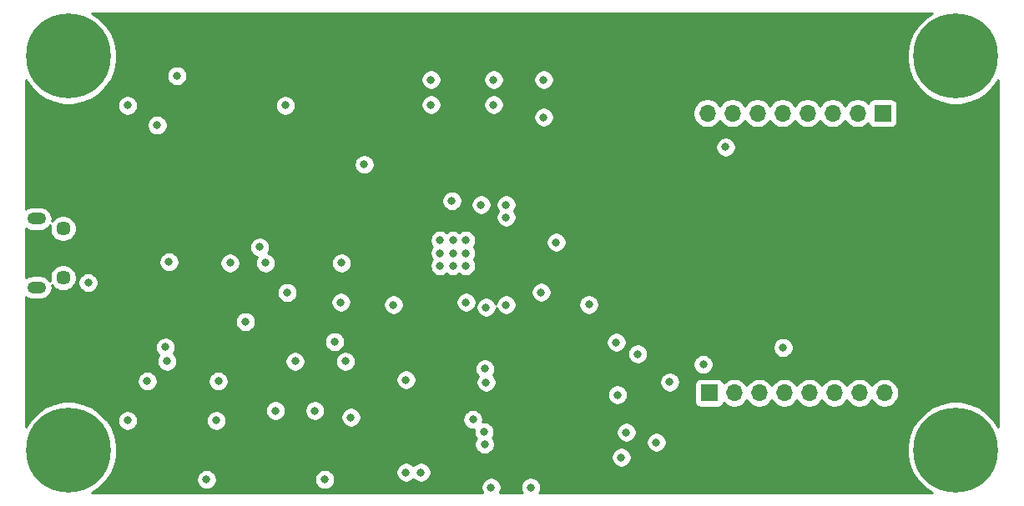
<source format=gbr>
%TF.GenerationSoftware,KiCad,Pcbnew,(5.1.9)-1*%
%TF.CreationDate,2021-03-29T12:12:37-04:00*%
%TF.ProjectId,EEG,4545472e-6b69-4636-9164-5f7063625858,rev?*%
%TF.SameCoordinates,Original*%
%TF.FileFunction,Copper,L2,Inr*%
%TF.FilePolarity,Positive*%
%FSLAX46Y46*%
G04 Gerber Fmt 4.6, Leading zero omitted, Abs format (unit mm)*
G04 Created by KiCad (PCBNEW (5.1.9)-1) date 2021-03-29 12:12:37*
%MOMM*%
%LPD*%
G01*
G04 APERTURE LIST*
%TA.AperFunction,ComponentPad*%
%ADD10C,0.900000*%
%TD*%
%TA.AperFunction,ComponentPad*%
%ADD11C,8.600000*%
%TD*%
%TA.AperFunction,ComponentPad*%
%ADD12C,1.450000*%
%TD*%
%TA.AperFunction,ComponentPad*%
%ADD13O,1.900000X1.200000*%
%TD*%
%TA.AperFunction,ComponentPad*%
%ADD14R,1.700000X1.700000*%
%TD*%
%TA.AperFunction,ComponentPad*%
%ADD15O,1.700000X1.700000*%
%TD*%
%TA.AperFunction,ViaPad*%
%ADD16C,0.800000*%
%TD*%
%TA.AperFunction,Conductor*%
%ADD17C,0.254000*%
%TD*%
%TA.AperFunction,Conductor*%
%ADD18C,0.100000*%
%TD*%
G04 APERTURE END LIST*
D10*
%TO.N,GND*%
%TO.C,H1*%
X110280419Y-67719581D03*
X108000000Y-66775000D03*
X105719581Y-67719581D03*
X104775000Y-70000000D03*
X105719581Y-72280419D03*
X108000000Y-73225000D03*
X110280419Y-72280419D03*
X111225000Y-70000000D03*
D11*
X108000000Y-70000000D03*
%TD*%
D12*
%TO.N,Net-(J1-Pad6)*%
%TO.C,J1*%
X107462500Y-87500000D03*
X107462500Y-92500000D03*
D13*
X104762500Y-86500000D03*
X104762500Y-93500000D03*
%TD*%
D10*
%TO.N,GND*%
%TO.C,H4*%
X110280419Y-107719581D03*
X108000000Y-106775000D03*
X105719581Y-107719581D03*
X104775000Y-110000000D03*
X105719581Y-112280419D03*
X108000000Y-113225000D03*
X110280419Y-112280419D03*
X111225000Y-110000000D03*
D11*
X108000000Y-110000000D03*
%TD*%
D10*
%TO.N,GND*%
%TO.C,H3*%
X200280419Y-67719581D03*
X198000000Y-66775000D03*
X195719581Y-67719581D03*
X194775000Y-70000000D03*
X195719581Y-72280419D03*
X198000000Y-73225000D03*
X200280419Y-72280419D03*
X201225000Y-70000000D03*
D11*
X198000000Y-70000000D03*
%TD*%
D10*
%TO.N,GND*%
%TO.C,H2*%
X200280419Y-107719581D03*
X198000000Y-106775000D03*
X195719581Y-107719581D03*
X194775000Y-110000000D03*
X195719581Y-112280419D03*
X198000000Y-113225000D03*
X200280419Y-112280419D03*
X201225000Y-110000000D03*
D11*
X198000000Y-110000000D03*
%TD*%
D14*
%TO.N,DIG4*%
%TO.C,J2*%
X173000000Y-104200000D03*
D15*
%TO.N,DIG6*%
X175540000Y-104200000D03*
%TO.N,SEGA*%
X178080000Y-104200000D03*
%TO.N,SEGB*%
X180620000Y-104200000D03*
%TO.N,DIG7*%
X183160000Y-104200000D03*
%TO.N,SEGD*%
X185700000Y-104200000D03*
%TO.N,DIG5*%
X188240000Y-104200000D03*
%TO.N,DIG2*%
X190780000Y-104200000D03*
%TD*%
%TO.N,SEGG*%
%TO.C,J3*%
X172820000Y-75800000D03*
%TO.N,SEGF*%
X175360000Y-75800000D03*
%TO.N,DIG1*%
X177900000Y-75800000D03*
%TO.N,SEGDP*%
X180440000Y-75800000D03*
%TO.N,DIG3*%
X182980000Y-75800000D03*
%TO.N,SEGE*%
X185520000Y-75800000D03*
%TO.N,SEGC*%
X188060000Y-75800000D03*
D14*
%TO.N,DIG0*%
X190600000Y-75800000D03*
%TD*%
D16*
%TO.N,GND*%
X110000000Y-93000000D03*
X116000000Y-103000000D03*
X117835680Y-99560380D03*
X114000000Y-107000000D03*
X122000000Y-113000000D03*
X123000000Y-107000000D03*
X134000000Y-113000000D03*
X133000000Y-106000000D03*
X129000000Y-106000000D03*
X125969669Y-96969669D03*
X128000000Y-91000000D03*
X114000000Y-75000000D03*
X119000000Y-72000000D03*
X130000000Y-75000000D03*
X138000000Y-81000000D03*
X117000000Y-77000000D03*
X144780000Y-74930000D03*
X144780000Y-72390000D03*
X151130000Y-74930000D03*
X151130000Y-72390000D03*
X156210000Y-76200000D03*
X156210000Y-72390000D03*
X157480000Y-88900000D03*
X140970000Y-95250000D03*
X142240000Y-102870000D03*
X164592000Y-108204000D03*
X150876000Y-113792000D03*
X143764000Y-112268000D03*
X142240000Y-112268000D03*
X154900000Y-113792000D03*
X118200000Y-90900000D03*
X147000000Y-90000000D03*
X148300000Y-90000000D03*
X145700000Y-90000000D03*
X145700000Y-91300000D03*
X147000000Y-91300000D03*
X148300000Y-91300000D03*
X145700000Y-88700000D03*
X147000000Y-88700000D03*
X148300000Y-88700000D03*
%TO.N,+3V3*%
X109000000Y-100000000D03*
X138000000Y-93000000D03*
X125000000Y-72000000D03*
X117000000Y-80000000D03*
X127000000Y-80000000D03*
X130000000Y-87000000D03*
X117000000Y-98000000D03*
X141437500Y-75397500D03*
X142240000Y-72390000D03*
X147320000Y-76200000D03*
X147320000Y-72390000D03*
X153670000Y-76200000D03*
X153670000Y-72390000D03*
X144780000Y-104140000D03*
X147320000Y-102870000D03*
X143764000Y-109220000D03*
X142240000Y-109220000D03*
X140250000Y-109250000D03*
X145400000Y-102800000D03*
%TO.N,EN*%
X135636000Y-94996000D03*
X136652000Y-106680000D03*
%TO.N,SEGDP*%
X150225000Y-109425000D03*
%TO.N,SEGB*%
X150250000Y-101750000D03*
X165750000Y-100250000D03*
%TO.N,SEGC*%
X149025000Y-106900000D03*
X174675000Y-79225000D03*
%TO.N,SEGE*%
X150175000Y-108175000D03*
X160800000Y-95225000D03*
%TO.N,SEGF*%
X150368000Y-95504000D03*
%TO.N,SEGG*%
X150368000Y-103124000D03*
%TO.N,DIG0*%
X164084000Y-110744000D03*
%TO.N,DIG1*%
X163576000Y-99060000D03*
%TO.N,DIG2*%
X172400000Y-101300000D03*
%TO.N,DIG3*%
X163700000Y-104400000D03*
%TO.N,DIG4*%
X167640000Y-109220000D03*
%TO.N,DIG7*%
X169000000Y-103100000D03*
X180500000Y-99600000D03*
%TO.N,Net-(Q1-Pad2)*%
X131000000Y-101000000D03*
X136100000Y-101000000D03*
%TO.N,IO0*%
X135000000Y-99000000D03*
X148336000Y-94996000D03*
%TO.N,Net-(Q2-Pad1)*%
X123200000Y-103000000D03*
X130200000Y-94000000D03*
%TO.N,TXD*%
X146900000Y-84700000D03*
X124400000Y-91000000D03*
%TO.N,RXD*%
X118000000Y-101000000D03*
X149860000Y-85090000D03*
%TO.N,Sclk*%
X152400000Y-86360000D03*
X152400000Y-95250000D03*
%TO.N,Data*%
X152404081Y-85094081D03*
X155956000Y-93980000D03*
%TO.N,Net-(D3-Pad2)*%
X135700000Y-91000000D03*
X127400000Y-89400000D03*
%TD*%
D17*
%TO.N,+3V3*%
X194854121Y-66166735D02*
X194166735Y-66854121D01*
X193626660Y-67662401D01*
X193254650Y-68560514D01*
X193065000Y-69513945D01*
X193065000Y-70486055D01*
X193254650Y-71439486D01*
X193626660Y-72337599D01*
X194166735Y-73145879D01*
X194854121Y-73833265D01*
X195662401Y-74373340D01*
X196560514Y-74745350D01*
X197513945Y-74935000D01*
X198486055Y-74935000D01*
X199439486Y-74745350D01*
X200337599Y-74373340D01*
X201145879Y-73833265D01*
X201833265Y-73145879D01*
X202340000Y-72387496D01*
X202340001Y-107612506D01*
X201833265Y-106854121D01*
X201145879Y-106166735D01*
X200337599Y-105626660D01*
X199439486Y-105254650D01*
X198486055Y-105065000D01*
X197513945Y-105065000D01*
X196560514Y-105254650D01*
X195662401Y-105626660D01*
X194854121Y-106166735D01*
X194166735Y-106854121D01*
X193626660Y-107662401D01*
X193254650Y-108560514D01*
X193065000Y-109513945D01*
X193065000Y-110486055D01*
X193254650Y-111439486D01*
X193626660Y-112337599D01*
X194166735Y-113145879D01*
X194854121Y-113833265D01*
X195612504Y-114340000D01*
X155778622Y-114340000D01*
X155817205Y-114282256D01*
X155895226Y-114093898D01*
X155935000Y-113893939D01*
X155935000Y-113690061D01*
X155895226Y-113490102D01*
X155817205Y-113301744D01*
X155703937Y-113132226D01*
X155559774Y-112988063D01*
X155390256Y-112874795D01*
X155201898Y-112796774D01*
X155001939Y-112757000D01*
X154798061Y-112757000D01*
X154598102Y-112796774D01*
X154409744Y-112874795D01*
X154240226Y-112988063D01*
X154096063Y-113132226D01*
X153982795Y-113301744D01*
X153904774Y-113490102D01*
X153865000Y-113690061D01*
X153865000Y-113893939D01*
X153904774Y-114093898D01*
X153982795Y-114282256D01*
X154021378Y-114340000D01*
X151754622Y-114340000D01*
X151793205Y-114282256D01*
X151871226Y-114093898D01*
X151911000Y-113893939D01*
X151911000Y-113690061D01*
X151871226Y-113490102D01*
X151793205Y-113301744D01*
X151679937Y-113132226D01*
X151535774Y-112988063D01*
X151366256Y-112874795D01*
X151177898Y-112796774D01*
X150977939Y-112757000D01*
X150774061Y-112757000D01*
X150574102Y-112796774D01*
X150385744Y-112874795D01*
X150216226Y-112988063D01*
X150072063Y-113132226D01*
X149958795Y-113301744D01*
X149880774Y-113490102D01*
X149841000Y-113690061D01*
X149841000Y-113893939D01*
X149880774Y-114093898D01*
X149958795Y-114282256D01*
X149997378Y-114340000D01*
X110387496Y-114340000D01*
X111145879Y-113833265D01*
X111833265Y-113145879D01*
X111998851Y-112898061D01*
X120965000Y-112898061D01*
X120965000Y-113101939D01*
X121004774Y-113301898D01*
X121082795Y-113490256D01*
X121196063Y-113659774D01*
X121340226Y-113803937D01*
X121509744Y-113917205D01*
X121698102Y-113995226D01*
X121898061Y-114035000D01*
X122101939Y-114035000D01*
X122301898Y-113995226D01*
X122490256Y-113917205D01*
X122659774Y-113803937D01*
X122803937Y-113659774D01*
X122917205Y-113490256D01*
X122995226Y-113301898D01*
X123035000Y-113101939D01*
X123035000Y-112898061D01*
X132965000Y-112898061D01*
X132965000Y-113101939D01*
X133004774Y-113301898D01*
X133082795Y-113490256D01*
X133196063Y-113659774D01*
X133340226Y-113803937D01*
X133509744Y-113917205D01*
X133698102Y-113995226D01*
X133898061Y-114035000D01*
X134101939Y-114035000D01*
X134301898Y-113995226D01*
X134490256Y-113917205D01*
X134659774Y-113803937D01*
X134803937Y-113659774D01*
X134917205Y-113490256D01*
X134995226Y-113301898D01*
X135035000Y-113101939D01*
X135035000Y-112898061D01*
X134995226Y-112698102D01*
X134917205Y-112509744D01*
X134803937Y-112340226D01*
X134659774Y-112196063D01*
X134614873Y-112166061D01*
X141205000Y-112166061D01*
X141205000Y-112369939D01*
X141244774Y-112569898D01*
X141322795Y-112758256D01*
X141436063Y-112927774D01*
X141580226Y-113071937D01*
X141749744Y-113185205D01*
X141938102Y-113263226D01*
X142138061Y-113303000D01*
X142341939Y-113303000D01*
X142541898Y-113263226D01*
X142730256Y-113185205D01*
X142899774Y-113071937D01*
X143002000Y-112969711D01*
X143104226Y-113071937D01*
X143273744Y-113185205D01*
X143462102Y-113263226D01*
X143662061Y-113303000D01*
X143865939Y-113303000D01*
X144065898Y-113263226D01*
X144254256Y-113185205D01*
X144423774Y-113071937D01*
X144567937Y-112927774D01*
X144681205Y-112758256D01*
X144759226Y-112569898D01*
X144799000Y-112369939D01*
X144799000Y-112166061D01*
X144759226Y-111966102D01*
X144681205Y-111777744D01*
X144567937Y-111608226D01*
X144423774Y-111464063D01*
X144254256Y-111350795D01*
X144065898Y-111272774D01*
X143865939Y-111233000D01*
X143662061Y-111233000D01*
X143462102Y-111272774D01*
X143273744Y-111350795D01*
X143104226Y-111464063D01*
X143002000Y-111566289D01*
X142899774Y-111464063D01*
X142730256Y-111350795D01*
X142541898Y-111272774D01*
X142341939Y-111233000D01*
X142138061Y-111233000D01*
X141938102Y-111272774D01*
X141749744Y-111350795D01*
X141580226Y-111464063D01*
X141436063Y-111608226D01*
X141322795Y-111777744D01*
X141244774Y-111966102D01*
X141205000Y-112166061D01*
X134614873Y-112166061D01*
X134490256Y-112082795D01*
X134301898Y-112004774D01*
X134101939Y-111965000D01*
X133898061Y-111965000D01*
X133698102Y-112004774D01*
X133509744Y-112082795D01*
X133340226Y-112196063D01*
X133196063Y-112340226D01*
X133082795Y-112509744D01*
X133004774Y-112698102D01*
X132965000Y-112898061D01*
X123035000Y-112898061D01*
X122995226Y-112698102D01*
X122917205Y-112509744D01*
X122803937Y-112340226D01*
X122659774Y-112196063D01*
X122490256Y-112082795D01*
X122301898Y-112004774D01*
X122101939Y-111965000D01*
X121898061Y-111965000D01*
X121698102Y-112004774D01*
X121509744Y-112082795D01*
X121340226Y-112196063D01*
X121196063Y-112340226D01*
X121082795Y-112509744D01*
X121004774Y-112698102D01*
X120965000Y-112898061D01*
X111998851Y-112898061D01*
X112373340Y-112337599D01*
X112745350Y-111439486D01*
X112903968Y-110642061D01*
X163049000Y-110642061D01*
X163049000Y-110845939D01*
X163088774Y-111045898D01*
X163166795Y-111234256D01*
X163280063Y-111403774D01*
X163424226Y-111547937D01*
X163593744Y-111661205D01*
X163782102Y-111739226D01*
X163982061Y-111779000D01*
X164185939Y-111779000D01*
X164385898Y-111739226D01*
X164574256Y-111661205D01*
X164743774Y-111547937D01*
X164887937Y-111403774D01*
X165001205Y-111234256D01*
X165079226Y-111045898D01*
X165119000Y-110845939D01*
X165119000Y-110642061D01*
X165079226Y-110442102D01*
X165001205Y-110253744D01*
X164887937Y-110084226D01*
X164743774Y-109940063D01*
X164574256Y-109826795D01*
X164385898Y-109748774D01*
X164185939Y-109709000D01*
X163982061Y-109709000D01*
X163782102Y-109748774D01*
X163593744Y-109826795D01*
X163424226Y-109940063D01*
X163280063Y-110084226D01*
X163166795Y-110253744D01*
X163088774Y-110442102D01*
X163049000Y-110642061D01*
X112903968Y-110642061D01*
X112935000Y-110486055D01*
X112935000Y-109513945D01*
X112745350Y-108560514D01*
X112373340Y-107662401D01*
X111862625Y-106898061D01*
X112965000Y-106898061D01*
X112965000Y-107101939D01*
X113004774Y-107301898D01*
X113082795Y-107490256D01*
X113196063Y-107659774D01*
X113340226Y-107803937D01*
X113509744Y-107917205D01*
X113698102Y-107995226D01*
X113898061Y-108035000D01*
X114101939Y-108035000D01*
X114301898Y-107995226D01*
X114490256Y-107917205D01*
X114659774Y-107803937D01*
X114803937Y-107659774D01*
X114917205Y-107490256D01*
X114995226Y-107301898D01*
X115035000Y-107101939D01*
X115035000Y-106898061D01*
X121965000Y-106898061D01*
X121965000Y-107101939D01*
X122004774Y-107301898D01*
X122082795Y-107490256D01*
X122196063Y-107659774D01*
X122340226Y-107803937D01*
X122509744Y-107917205D01*
X122698102Y-107995226D01*
X122898061Y-108035000D01*
X123101939Y-108035000D01*
X123301898Y-107995226D01*
X123490256Y-107917205D01*
X123659774Y-107803937D01*
X123803937Y-107659774D01*
X123917205Y-107490256D01*
X123995226Y-107301898D01*
X124035000Y-107101939D01*
X124035000Y-106898061D01*
X123995226Y-106698102D01*
X123917205Y-106509744D01*
X123803937Y-106340226D01*
X123659774Y-106196063D01*
X123490256Y-106082795D01*
X123301898Y-106004774D01*
X123101939Y-105965000D01*
X122898061Y-105965000D01*
X122698102Y-106004774D01*
X122509744Y-106082795D01*
X122340226Y-106196063D01*
X122196063Y-106340226D01*
X122082795Y-106509744D01*
X122004774Y-106698102D01*
X121965000Y-106898061D01*
X115035000Y-106898061D01*
X114995226Y-106698102D01*
X114917205Y-106509744D01*
X114803937Y-106340226D01*
X114659774Y-106196063D01*
X114490256Y-106082795D01*
X114301898Y-106004774D01*
X114101939Y-105965000D01*
X113898061Y-105965000D01*
X113698102Y-106004774D01*
X113509744Y-106082795D01*
X113340226Y-106196063D01*
X113196063Y-106340226D01*
X113082795Y-106509744D01*
X113004774Y-106698102D01*
X112965000Y-106898061D01*
X111862625Y-106898061D01*
X111833265Y-106854121D01*
X111145879Y-106166735D01*
X110743780Y-105898061D01*
X127965000Y-105898061D01*
X127965000Y-106101939D01*
X128004774Y-106301898D01*
X128082795Y-106490256D01*
X128196063Y-106659774D01*
X128340226Y-106803937D01*
X128509744Y-106917205D01*
X128698102Y-106995226D01*
X128898061Y-107035000D01*
X129101939Y-107035000D01*
X129301898Y-106995226D01*
X129490256Y-106917205D01*
X129659774Y-106803937D01*
X129803937Y-106659774D01*
X129917205Y-106490256D01*
X129995226Y-106301898D01*
X130035000Y-106101939D01*
X130035000Y-105898061D01*
X131965000Y-105898061D01*
X131965000Y-106101939D01*
X132004774Y-106301898D01*
X132082795Y-106490256D01*
X132196063Y-106659774D01*
X132340226Y-106803937D01*
X132509744Y-106917205D01*
X132698102Y-106995226D01*
X132898061Y-107035000D01*
X133101939Y-107035000D01*
X133301898Y-106995226D01*
X133490256Y-106917205D01*
X133659774Y-106803937D01*
X133803937Y-106659774D01*
X133858535Y-106578061D01*
X135617000Y-106578061D01*
X135617000Y-106781939D01*
X135656774Y-106981898D01*
X135734795Y-107170256D01*
X135848063Y-107339774D01*
X135992226Y-107483937D01*
X136161744Y-107597205D01*
X136350102Y-107675226D01*
X136550061Y-107715000D01*
X136753939Y-107715000D01*
X136953898Y-107675226D01*
X137142256Y-107597205D01*
X137311774Y-107483937D01*
X137455937Y-107339774D01*
X137569205Y-107170256D01*
X137647226Y-106981898D01*
X137683793Y-106798061D01*
X147990000Y-106798061D01*
X147990000Y-107001939D01*
X148029774Y-107201898D01*
X148107795Y-107390256D01*
X148221063Y-107559774D01*
X148365226Y-107703937D01*
X148534744Y-107817205D01*
X148723102Y-107895226D01*
X148923061Y-107935000D01*
X149126939Y-107935000D01*
X149169131Y-107926608D01*
X149140000Y-108073061D01*
X149140000Y-108276939D01*
X149179774Y-108476898D01*
X149257795Y-108665256D01*
X149371063Y-108834774D01*
X149373179Y-108836890D01*
X149307795Y-108934744D01*
X149229774Y-109123102D01*
X149190000Y-109323061D01*
X149190000Y-109526939D01*
X149229774Y-109726898D01*
X149307795Y-109915256D01*
X149421063Y-110084774D01*
X149565226Y-110228937D01*
X149734744Y-110342205D01*
X149923102Y-110420226D01*
X150123061Y-110460000D01*
X150326939Y-110460000D01*
X150526898Y-110420226D01*
X150715256Y-110342205D01*
X150884774Y-110228937D01*
X151028937Y-110084774D01*
X151142205Y-109915256D01*
X151220226Y-109726898D01*
X151260000Y-109526939D01*
X151260000Y-109323061D01*
X151220226Y-109123102D01*
X151142205Y-108934744D01*
X151028937Y-108765226D01*
X151026821Y-108763110D01*
X151092205Y-108665256D01*
X151170226Y-108476898D01*
X151210000Y-108276939D01*
X151210000Y-108102061D01*
X163557000Y-108102061D01*
X163557000Y-108305939D01*
X163596774Y-108505898D01*
X163674795Y-108694256D01*
X163788063Y-108863774D01*
X163932226Y-109007937D01*
X164101744Y-109121205D01*
X164290102Y-109199226D01*
X164490061Y-109239000D01*
X164693939Y-109239000D01*
X164893898Y-109199226D01*
X165082256Y-109121205D01*
X165086961Y-109118061D01*
X166605000Y-109118061D01*
X166605000Y-109321939D01*
X166644774Y-109521898D01*
X166722795Y-109710256D01*
X166836063Y-109879774D01*
X166980226Y-110023937D01*
X167149744Y-110137205D01*
X167338102Y-110215226D01*
X167538061Y-110255000D01*
X167741939Y-110255000D01*
X167941898Y-110215226D01*
X168130256Y-110137205D01*
X168299774Y-110023937D01*
X168443937Y-109879774D01*
X168557205Y-109710256D01*
X168635226Y-109521898D01*
X168675000Y-109321939D01*
X168675000Y-109118061D01*
X168635226Y-108918102D01*
X168557205Y-108729744D01*
X168443937Y-108560226D01*
X168299774Y-108416063D01*
X168130256Y-108302795D01*
X167941898Y-108224774D01*
X167741939Y-108185000D01*
X167538061Y-108185000D01*
X167338102Y-108224774D01*
X167149744Y-108302795D01*
X166980226Y-108416063D01*
X166836063Y-108560226D01*
X166722795Y-108729744D01*
X166644774Y-108918102D01*
X166605000Y-109118061D01*
X165086961Y-109118061D01*
X165251774Y-109007937D01*
X165395937Y-108863774D01*
X165509205Y-108694256D01*
X165587226Y-108505898D01*
X165627000Y-108305939D01*
X165627000Y-108102061D01*
X165587226Y-107902102D01*
X165509205Y-107713744D01*
X165395937Y-107544226D01*
X165251774Y-107400063D01*
X165082256Y-107286795D01*
X164893898Y-107208774D01*
X164693939Y-107169000D01*
X164490061Y-107169000D01*
X164290102Y-107208774D01*
X164101744Y-107286795D01*
X163932226Y-107400063D01*
X163788063Y-107544226D01*
X163674795Y-107713744D01*
X163596774Y-107902102D01*
X163557000Y-108102061D01*
X151210000Y-108102061D01*
X151210000Y-108073061D01*
X151170226Y-107873102D01*
X151092205Y-107684744D01*
X150978937Y-107515226D01*
X150834774Y-107371063D01*
X150665256Y-107257795D01*
X150476898Y-107179774D01*
X150276939Y-107140000D01*
X150073061Y-107140000D01*
X150030869Y-107148392D01*
X150060000Y-107001939D01*
X150060000Y-106798061D01*
X150020226Y-106598102D01*
X149942205Y-106409744D01*
X149828937Y-106240226D01*
X149684774Y-106096063D01*
X149515256Y-105982795D01*
X149326898Y-105904774D01*
X149126939Y-105865000D01*
X148923061Y-105865000D01*
X148723102Y-105904774D01*
X148534744Y-105982795D01*
X148365226Y-106096063D01*
X148221063Y-106240226D01*
X148107795Y-106409744D01*
X148029774Y-106598102D01*
X147990000Y-106798061D01*
X137683793Y-106798061D01*
X137687000Y-106781939D01*
X137687000Y-106578061D01*
X137647226Y-106378102D01*
X137569205Y-106189744D01*
X137455937Y-106020226D01*
X137311774Y-105876063D01*
X137142256Y-105762795D01*
X136953898Y-105684774D01*
X136753939Y-105645000D01*
X136550061Y-105645000D01*
X136350102Y-105684774D01*
X136161744Y-105762795D01*
X135992226Y-105876063D01*
X135848063Y-106020226D01*
X135734795Y-106189744D01*
X135656774Y-106378102D01*
X135617000Y-106578061D01*
X133858535Y-106578061D01*
X133917205Y-106490256D01*
X133995226Y-106301898D01*
X134035000Y-106101939D01*
X134035000Y-105898061D01*
X133995226Y-105698102D01*
X133917205Y-105509744D01*
X133803937Y-105340226D01*
X133659774Y-105196063D01*
X133490256Y-105082795D01*
X133301898Y-105004774D01*
X133101939Y-104965000D01*
X132898061Y-104965000D01*
X132698102Y-105004774D01*
X132509744Y-105082795D01*
X132340226Y-105196063D01*
X132196063Y-105340226D01*
X132082795Y-105509744D01*
X132004774Y-105698102D01*
X131965000Y-105898061D01*
X130035000Y-105898061D01*
X129995226Y-105698102D01*
X129917205Y-105509744D01*
X129803937Y-105340226D01*
X129659774Y-105196063D01*
X129490256Y-105082795D01*
X129301898Y-105004774D01*
X129101939Y-104965000D01*
X128898061Y-104965000D01*
X128698102Y-105004774D01*
X128509744Y-105082795D01*
X128340226Y-105196063D01*
X128196063Y-105340226D01*
X128082795Y-105509744D01*
X128004774Y-105698102D01*
X127965000Y-105898061D01*
X110743780Y-105898061D01*
X110337599Y-105626660D01*
X109439486Y-105254650D01*
X108486055Y-105065000D01*
X107513945Y-105065000D01*
X106560514Y-105254650D01*
X105662401Y-105626660D01*
X104854121Y-106166735D01*
X104166735Y-106854121D01*
X103660000Y-107612504D01*
X103660000Y-104298061D01*
X162665000Y-104298061D01*
X162665000Y-104501939D01*
X162704774Y-104701898D01*
X162782795Y-104890256D01*
X162896063Y-105059774D01*
X163040226Y-105203937D01*
X163209744Y-105317205D01*
X163398102Y-105395226D01*
X163598061Y-105435000D01*
X163801939Y-105435000D01*
X164001898Y-105395226D01*
X164190256Y-105317205D01*
X164359774Y-105203937D01*
X164503937Y-105059774D01*
X164617205Y-104890256D01*
X164695226Y-104701898D01*
X164735000Y-104501939D01*
X164735000Y-104298061D01*
X164695226Y-104098102D01*
X164617205Y-103909744D01*
X164503937Y-103740226D01*
X164359774Y-103596063D01*
X164190256Y-103482795D01*
X164001898Y-103404774D01*
X163801939Y-103365000D01*
X163598061Y-103365000D01*
X163398102Y-103404774D01*
X163209744Y-103482795D01*
X163040226Y-103596063D01*
X162896063Y-103740226D01*
X162782795Y-103909744D01*
X162704774Y-104098102D01*
X162665000Y-104298061D01*
X103660000Y-104298061D01*
X103660000Y-102898061D01*
X114965000Y-102898061D01*
X114965000Y-103101939D01*
X115004774Y-103301898D01*
X115082795Y-103490256D01*
X115196063Y-103659774D01*
X115340226Y-103803937D01*
X115509744Y-103917205D01*
X115698102Y-103995226D01*
X115898061Y-104035000D01*
X116101939Y-104035000D01*
X116301898Y-103995226D01*
X116490256Y-103917205D01*
X116659774Y-103803937D01*
X116803937Y-103659774D01*
X116917205Y-103490256D01*
X116995226Y-103301898D01*
X117035000Y-103101939D01*
X117035000Y-102898061D01*
X122165000Y-102898061D01*
X122165000Y-103101939D01*
X122204774Y-103301898D01*
X122282795Y-103490256D01*
X122396063Y-103659774D01*
X122540226Y-103803937D01*
X122709744Y-103917205D01*
X122898102Y-103995226D01*
X123098061Y-104035000D01*
X123301939Y-104035000D01*
X123501898Y-103995226D01*
X123690256Y-103917205D01*
X123859774Y-103803937D01*
X124003937Y-103659774D01*
X124117205Y-103490256D01*
X124195226Y-103301898D01*
X124235000Y-103101939D01*
X124235000Y-102898061D01*
X124209142Y-102768061D01*
X141205000Y-102768061D01*
X141205000Y-102971939D01*
X141244774Y-103171898D01*
X141322795Y-103360256D01*
X141436063Y-103529774D01*
X141580226Y-103673937D01*
X141749744Y-103787205D01*
X141938102Y-103865226D01*
X142138061Y-103905000D01*
X142341939Y-103905000D01*
X142541898Y-103865226D01*
X142730256Y-103787205D01*
X142899774Y-103673937D01*
X143043937Y-103529774D01*
X143157205Y-103360256D01*
X143235226Y-103171898D01*
X143275000Y-102971939D01*
X143275000Y-102768061D01*
X143235226Y-102568102D01*
X143157205Y-102379744D01*
X143043937Y-102210226D01*
X142899774Y-102066063D01*
X142730256Y-101952795D01*
X142541898Y-101874774D01*
X142341939Y-101835000D01*
X142138061Y-101835000D01*
X141938102Y-101874774D01*
X141749744Y-101952795D01*
X141580226Y-102066063D01*
X141436063Y-102210226D01*
X141322795Y-102379744D01*
X141244774Y-102568102D01*
X141205000Y-102768061D01*
X124209142Y-102768061D01*
X124195226Y-102698102D01*
X124117205Y-102509744D01*
X124003937Y-102340226D01*
X123859774Y-102196063D01*
X123690256Y-102082795D01*
X123501898Y-102004774D01*
X123301939Y-101965000D01*
X123098061Y-101965000D01*
X122898102Y-102004774D01*
X122709744Y-102082795D01*
X122540226Y-102196063D01*
X122396063Y-102340226D01*
X122282795Y-102509744D01*
X122204774Y-102698102D01*
X122165000Y-102898061D01*
X117035000Y-102898061D01*
X116995226Y-102698102D01*
X116917205Y-102509744D01*
X116803937Y-102340226D01*
X116659774Y-102196063D01*
X116490256Y-102082795D01*
X116301898Y-102004774D01*
X116101939Y-101965000D01*
X115898061Y-101965000D01*
X115698102Y-102004774D01*
X115509744Y-102082795D01*
X115340226Y-102196063D01*
X115196063Y-102340226D01*
X115082795Y-102509744D01*
X115004774Y-102698102D01*
X114965000Y-102898061D01*
X103660000Y-102898061D01*
X103660000Y-99458441D01*
X116800680Y-99458441D01*
X116800680Y-99662319D01*
X116840454Y-99862278D01*
X116918475Y-100050636D01*
X117031743Y-100220154D01*
X117175906Y-100364317D01*
X117178713Y-100366192D01*
X117082795Y-100509744D01*
X117004774Y-100698102D01*
X116965000Y-100898061D01*
X116965000Y-101101939D01*
X117004774Y-101301898D01*
X117082795Y-101490256D01*
X117196063Y-101659774D01*
X117340226Y-101803937D01*
X117509744Y-101917205D01*
X117698102Y-101995226D01*
X117898061Y-102035000D01*
X118101939Y-102035000D01*
X118301898Y-101995226D01*
X118490256Y-101917205D01*
X118659774Y-101803937D01*
X118803937Y-101659774D01*
X118917205Y-101490256D01*
X118995226Y-101301898D01*
X119035000Y-101101939D01*
X119035000Y-100898061D01*
X129965000Y-100898061D01*
X129965000Y-101101939D01*
X130004774Y-101301898D01*
X130082795Y-101490256D01*
X130196063Y-101659774D01*
X130340226Y-101803937D01*
X130509744Y-101917205D01*
X130698102Y-101995226D01*
X130898061Y-102035000D01*
X131101939Y-102035000D01*
X131301898Y-101995226D01*
X131490256Y-101917205D01*
X131659774Y-101803937D01*
X131803937Y-101659774D01*
X131917205Y-101490256D01*
X131995226Y-101301898D01*
X132035000Y-101101939D01*
X132035000Y-100898061D01*
X135065000Y-100898061D01*
X135065000Y-101101939D01*
X135104774Y-101301898D01*
X135182795Y-101490256D01*
X135296063Y-101659774D01*
X135440226Y-101803937D01*
X135609744Y-101917205D01*
X135798102Y-101995226D01*
X135998061Y-102035000D01*
X136201939Y-102035000D01*
X136401898Y-101995226D01*
X136590256Y-101917205D01*
X136759774Y-101803937D01*
X136903937Y-101659774D01*
X136911763Y-101648061D01*
X149215000Y-101648061D01*
X149215000Y-101851939D01*
X149254774Y-102051898D01*
X149332795Y-102240256D01*
X149446063Y-102409774D01*
X149538609Y-102502320D01*
X149450795Y-102633744D01*
X149372774Y-102822102D01*
X149333000Y-103022061D01*
X149333000Y-103225939D01*
X149372774Y-103425898D01*
X149450795Y-103614256D01*
X149564063Y-103783774D01*
X149708226Y-103927937D01*
X149877744Y-104041205D01*
X150066102Y-104119226D01*
X150266061Y-104159000D01*
X150469939Y-104159000D01*
X150669898Y-104119226D01*
X150858256Y-104041205D01*
X151027774Y-103927937D01*
X151171937Y-103783774D01*
X151285205Y-103614256D01*
X151363226Y-103425898D01*
X151403000Y-103225939D01*
X151403000Y-103022061D01*
X151398227Y-102998061D01*
X167965000Y-102998061D01*
X167965000Y-103201939D01*
X168004774Y-103401898D01*
X168082795Y-103590256D01*
X168196063Y-103759774D01*
X168340226Y-103903937D01*
X168509744Y-104017205D01*
X168698102Y-104095226D01*
X168898061Y-104135000D01*
X169101939Y-104135000D01*
X169301898Y-104095226D01*
X169490256Y-104017205D01*
X169659774Y-103903937D01*
X169803937Y-103759774D01*
X169917205Y-103590256D01*
X169995226Y-103401898D01*
X170005549Y-103350000D01*
X171511928Y-103350000D01*
X171511928Y-105050000D01*
X171524188Y-105174482D01*
X171560498Y-105294180D01*
X171619463Y-105404494D01*
X171698815Y-105501185D01*
X171795506Y-105580537D01*
X171905820Y-105639502D01*
X172025518Y-105675812D01*
X172150000Y-105688072D01*
X173850000Y-105688072D01*
X173974482Y-105675812D01*
X174094180Y-105639502D01*
X174204494Y-105580537D01*
X174301185Y-105501185D01*
X174380537Y-105404494D01*
X174439502Y-105294180D01*
X174461513Y-105221620D01*
X174593368Y-105353475D01*
X174836589Y-105515990D01*
X175106842Y-105627932D01*
X175393740Y-105685000D01*
X175686260Y-105685000D01*
X175973158Y-105627932D01*
X176243411Y-105515990D01*
X176486632Y-105353475D01*
X176693475Y-105146632D01*
X176810000Y-104972240D01*
X176926525Y-105146632D01*
X177133368Y-105353475D01*
X177376589Y-105515990D01*
X177646842Y-105627932D01*
X177933740Y-105685000D01*
X178226260Y-105685000D01*
X178513158Y-105627932D01*
X178783411Y-105515990D01*
X179026632Y-105353475D01*
X179233475Y-105146632D01*
X179350000Y-104972240D01*
X179466525Y-105146632D01*
X179673368Y-105353475D01*
X179916589Y-105515990D01*
X180186842Y-105627932D01*
X180473740Y-105685000D01*
X180766260Y-105685000D01*
X181053158Y-105627932D01*
X181323411Y-105515990D01*
X181566632Y-105353475D01*
X181773475Y-105146632D01*
X181890000Y-104972240D01*
X182006525Y-105146632D01*
X182213368Y-105353475D01*
X182456589Y-105515990D01*
X182726842Y-105627932D01*
X183013740Y-105685000D01*
X183306260Y-105685000D01*
X183593158Y-105627932D01*
X183863411Y-105515990D01*
X184106632Y-105353475D01*
X184313475Y-105146632D01*
X184430000Y-104972240D01*
X184546525Y-105146632D01*
X184753368Y-105353475D01*
X184996589Y-105515990D01*
X185266842Y-105627932D01*
X185553740Y-105685000D01*
X185846260Y-105685000D01*
X186133158Y-105627932D01*
X186403411Y-105515990D01*
X186646632Y-105353475D01*
X186853475Y-105146632D01*
X186970000Y-104972240D01*
X187086525Y-105146632D01*
X187293368Y-105353475D01*
X187536589Y-105515990D01*
X187806842Y-105627932D01*
X188093740Y-105685000D01*
X188386260Y-105685000D01*
X188673158Y-105627932D01*
X188943411Y-105515990D01*
X189186632Y-105353475D01*
X189393475Y-105146632D01*
X189510000Y-104972240D01*
X189626525Y-105146632D01*
X189833368Y-105353475D01*
X190076589Y-105515990D01*
X190346842Y-105627932D01*
X190633740Y-105685000D01*
X190926260Y-105685000D01*
X191213158Y-105627932D01*
X191483411Y-105515990D01*
X191726632Y-105353475D01*
X191933475Y-105146632D01*
X192095990Y-104903411D01*
X192207932Y-104633158D01*
X192265000Y-104346260D01*
X192265000Y-104053740D01*
X192207932Y-103766842D01*
X192095990Y-103496589D01*
X191933475Y-103253368D01*
X191726632Y-103046525D01*
X191483411Y-102884010D01*
X191213158Y-102772068D01*
X190926260Y-102715000D01*
X190633740Y-102715000D01*
X190346842Y-102772068D01*
X190076589Y-102884010D01*
X189833368Y-103046525D01*
X189626525Y-103253368D01*
X189510000Y-103427760D01*
X189393475Y-103253368D01*
X189186632Y-103046525D01*
X188943411Y-102884010D01*
X188673158Y-102772068D01*
X188386260Y-102715000D01*
X188093740Y-102715000D01*
X187806842Y-102772068D01*
X187536589Y-102884010D01*
X187293368Y-103046525D01*
X187086525Y-103253368D01*
X186970000Y-103427760D01*
X186853475Y-103253368D01*
X186646632Y-103046525D01*
X186403411Y-102884010D01*
X186133158Y-102772068D01*
X185846260Y-102715000D01*
X185553740Y-102715000D01*
X185266842Y-102772068D01*
X184996589Y-102884010D01*
X184753368Y-103046525D01*
X184546525Y-103253368D01*
X184430000Y-103427760D01*
X184313475Y-103253368D01*
X184106632Y-103046525D01*
X183863411Y-102884010D01*
X183593158Y-102772068D01*
X183306260Y-102715000D01*
X183013740Y-102715000D01*
X182726842Y-102772068D01*
X182456589Y-102884010D01*
X182213368Y-103046525D01*
X182006525Y-103253368D01*
X181890000Y-103427760D01*
X181773475Y-103253368D01*
X181566632Y-103046525D01*
X181323411Y-102884010D01*
X181053158Y-102772068D01*
X180766260Y-102715000D01*
X180473740Y-102715000D01*
X180186842Y-102772068D01*
X179916589Y-102884010D01*
X179673368Y-103046525D01*
X179466525Y-103253368D01*
X179350000Y-103427760D01*
X179233475Y-103253368D01*
X179026632Y-103046525D01*
X178783411Y-102884010D01*
X178513158Y-102772068D01*
X178226260Y-102715000D01*
X177933740Y-102715000D01*
X177646842Y-102772068D01*
X177376589Y-102884010D01*
X177133368Y-103046525D01*
X176926525Y-103253368D01*
X176810000Y-103427760D01*
X176693475Y-103253368D01*
X176486632Y-103046525D01*
X176243411Y-102884010D01*
X175973158Y-102772068D01*
X175686260Y-102715000D01*
X175393740Y-102715000D01*
X175106842Y-102772068D01*
X174836589Y-102884010D01*
X174593368Y-103046525D01*
X174461513Y-103178380D01*
X174439502Y-103105820D01*
X174380537Y-102995506D01*
X174301185Y-102898815D01*
X174204494Y-102819463D01*
X174094180Y-102760498D01*
X173974482Y-102724188D01*
X173850000Y-102711928D01*
X172150000Y-102711928D01*
X172025518Y-102724188D01*
X171905820Y-102760498D01*
X171795506Y-102819463D01*
X171698815Y-102898815D01*
X171619463Y-102995506D01*
X171560498Y-103105820D01*
X171524188Y-103225518D01*
X171511928Y-103350000D01*
X170005549Y-103350000D01*
X170035000Y-103201939D01*
X170035000Y-102998061D01*
X169995226Y-102798102D01*
X169917205Y-102609744D01*
X169803937Y-102440226D01*
X169659774Y-102296063D01*
X169490256Y-102182795D01*
X169301898Y-102104774D01*
X169101939Y-102065000D01*
X168898061Y-102065000D01*
X168698102Y-102104774D01*
X168509744Y-102182795D01*
X168340226Y-102296063D01*
X168196063Y-102440226D01*
X168082795Y-102609744D01*
X168004774Y-102798102D01*
X167965000Y-102998061D01*
X151398227Y-102998061D01*
X151363226Y-102822102D01*
X151285205Y-102633744D01*
X151171937Y-102464226D01*
X151079391Y-102371680D01*
X151167205Y-102240256D01*
X151245226Y-102051898D01*
X151285000Y-101851939D01*
X151285000Y-101648061D01*
X151245226Y-101448102D01*
X151167205Y-101259744D01*
X151053937Y-101090226D01*
X150909774Y-100946063D01*
X150740256Y-100832795D01*
X150551898Y-100754774D01*
X150351939Y-100715000D01*
X150148061Y-100715000D01*
X149948102Y-100754774D01*
X149759744Y-100832795D01*
X149590226Y-100946063D01*
X149446063Y-101090226D01*
X149332795Y-101259744D01*
X149254774Y-101448102D01*
X149215000Y-101648061D01*
X136911763Y-101648061D01*
X137017205Y-101490256D01*
X137095226Y-101301898D01*
X137135000Y-101101939D01*
X137135000Y-100898061D01*
X137095226Y-100698102D01*
X137017205Y-100509744D01*
X136903937Y-100340226D01*
X136759774Y-100196063D01*
X136687934Y-100148061D01*
X164715000Y-100148061D01*
X164715000Y-100351939D01*
X164754774Y-100551898D01*
X164832795Y-100740256D01*
X164946063Y-100909774D01*
X165090226Y-101053937D01*
X165259744Y-101167205D01*
X165448102Y-101245226D01*
X165648061Y-101285000D01*
X165851939Y-101285000D01*
X166051898Y-101245226D01*
X166165763Y-101198061D01*
X171365000Y-101198061D01*
X171365000Y-101401939D01*
X171404774Y-101601898D01*
X171482795Y-101790256D01*
X171596063Y-101959774D01*
X171740226Y-102103937D01*
X171909744Y-102217205D01*
X172098102Y-102295226D01*
X172298061Y-102335000D01*
X172501939Y-102335000D01*
X172701898Y-102295226D01*
X172890256Y-102217205D01*
X173059774Y-102103937D01*
X173203937Y-101959774D01*
X173317205Y-101790256D01*
X173395226Y-101601898D01*
X173435000Y-101401939D01*
X173435000Y-101198061D01*
X173395226Y-100998102D01*
X173317205Y-100809744D01*
X173203937Y-100640226D01*
X173059774Y-100496063D01*
X172890256Y-100382795D01*
X172701898Y-100304774D01*
X172501939Y-100265000D01*
X172298061Y-100265000D01*
X172098102Y-100304774D01*
X171909744Y-100382795D01*
X171740226Y-100496063D01*
X171596063Y-100640226D01*
X171482795Y-100809744D01*
X171404774Y-100998102D01*
X171365000Y-101198061D01*
X166165763Y-101198061D01*
X166240256Y-101167205D01*
X166409774Y-101053937D01*
X166553937Y-100909774D01*
X166667205Y-100740256D01*
X166745226Y-100551898D01*
X166785000Y-100351939D01*
X166785000Y-100148061D01*
X166745226Y-99948102D01*
X166667205Y-99759744D01*
X166553937Y-99590226D01*
X166461772Y-99498061D01*
X179465000Y-99498061D01*
X179465000Y-99701939D01*
X179504774Y-99901898D01*
X179582795Y-100090256D01*
X179696063Y-100259774D01*
X179840226Y-100403937D01*
X180009744Y-100517205D01*
X180198102Y-100595226D01*
X180398061Y-100635000D01*
X180601939Y-100635000D01*
X180801898Y-100595226D01*
X180990256Y-100517205D01*
X181159774Y-100403937D01*
X181303937Y-100259774D01*
X181417205Y-100090256D01*
X181495226Y-99901898D01*
X181535000Y-99701939D01*
X181535000Y-99498061D01*
X181495226Y-99298102D01*
X181417205Y-99109744D01*
X181303937Y-98940226D01*
X181159774Y-98796063D01*
X180990256Y-98682795D01*
X180801898Y-98604774D01*
X180601939Y-98565000D01*
X180398061Y-98565000D01*
X180198102Y-98604774D01*
X180009744Y-98682795D01*
X179840226Y-98796063D01*
X179696063Y-98940226D01*
X179582795Y-99109744D01*
X179504774Y-99298102D01*
X179465000Y-99498061D01*
X166461772Y-99498061D01*
X166409774Y-99446063D01*
X166240256Y-99332795D01*
X166051898Y-99254774D01*
X165851939Y-99215000D01*
X165648061Y-99215000D01*
X165448102Y-99254774D01*
X165259744Y-99332795D01*
X165090226Y-99446063D01*
X164946063Y-99590226D01*
X164832795Y-99759744D01*
X164754774Y-99948102D01*
X164715000Y-100148061D01*
X136687934Y-100148061D01*
X136590256Y-100082795D01*
X136401898Y-100004774D01*
X136201939Y-99965000D01*
X135998061Y-99965000D01*
X135798102Y-100004774D01*
X135609744Y-100082795D01*
X135440226Y-100196063D01*
X135296063Y-100340226D01*
X135182795Y-100509744D01*
X135104774Y-100698102D01*
X135065000Y-100898061D01*
X132035000Y-100898061D01*
X131995226Y-100698102D01*
X131917205Y-100509744D01*
X131803937Y-100340226D01*
X131659774Y-100196063D01*
X131490256Y-100082795D01*
X131301898Y-100004774D01*
X131101939Y-99965000D01*
X130898061Y-99965000D01*
X130698102Y-100004774D01*
X130509744Y-100082795D01*
X130340226Y-100196063D01*
X130196063Y-100340226D01*
X130082795Y-100509744D01*
X130004774Y-100698102D01*
X129965000Y-100898061D01*
X119035000Y-100898061D01*
X118995226Y-100698102D01*
X118917205Y-100509744D01*
X118803937Y-100340226D01*
X118659774Y-100196063D01*
X118656967Y-100194188D01*
X118752885Y-100050636D01*
X118830906Y-99862278D01*
X118870680Y-99662319D01*
X118870680Y-99458441D01*
X118830906Y-99258482D01*
X118752885Y-99070124D01*
X118639617Y-98900606D01*
X118637072Y-98898061D01*
X133965000Y-98898061D01*
X133965000Y-99101939D01*
X134004774Y-99301898D01*
X134082795Y-99490256D01*
X134196063Y-99659774D01*
X134340226Y-99803937D01*
X134509744Y-99917205D01*
X134698102Y-99995226D01*
X134898061Y-100035000D01*
X135101939Y-100035000D01*
X135301898Y-99995226D01*
X135490256Y-99917205D01*
X135659774Y-99803937D01*
X135803937Y-99659774D01*
X135917205Y-99490256D01*
X135995226Y-99301898D01*
X136035000Y-99101939D01*
X136035000Y-98958061D01*
X162541000Y-98958061D01*
X162541000Y-99161939D01*
X162580774Y-99361898D01*
X162658795Y-99550256D01*
X162772063Y-99719774D01*
X162916226Y-99863937D01*
X163085744Y-99977205D01*
X163274102Y-100055226D01*
X163474061Y-100095000D01*
X163677939Y-100095000D01*
X163877898Y-100055226D01*
X164066256Y-99977205D01*
X164235774Y-99863937D01*
X164379937Y-99719774D01*
X164493205Y-99550256D01*
X164571226Y-99361898D01*
X164611000Y-99161939D01*
X164611000Y-98958061D01*
X164571226Y-98758102D01*
X164493205Y-98569744D01*
X164379937Y-98400226D01*
X164235774Y-98256063D01*
X164066256Y-98142795D01*
X163877898Y-98064774D01*
X163677939Y-98025000D01*
X163474061Y-98025000D01*
X163274102Y-98064774D01*
X163085744Y-98142795D01*
X162916226Y-98256063D01*
X162772063Y-98400226D01*
X162658795Y-98569744D01*
X162580774Y-98758102D01*
X162541000Y-98958061D01*
X136035000Y-98958061D01*
X136035000Y-98898061D01*
X135995226Y-98698102D01*
X135917205Y-98509744D01*
X135803937Y-98340226D01*
X135659774Y-98196063D01*
X135490256Y-98082795D01*
X135301898Y-98004774D01*
X135101939Y-97965000D01*
X134898061Y-97965000D01*
X134698102Y-98004774D01*
X134509744Y-98082795D01*
X134340226Y-98196063D01*
X134196063Y-98340226D01*
X134082795Y-98509744D01*
X134004774Y-98698102D01*
X133965000Y-98898061D01*
X118637072Y-98898061D01*
X118495454Y-98756443D01*
X118325936Y-98643175D01*
X118137578Y-98565154D01*
X117937619Y-98525380D01*
X117733741Y-98525380D01*
X117533782Y-98565154D01*
X117345424Y-98643175D01*
X117175906Y-98756443D01*
X117031743Y-98900606D01*
X116918475Y-99070124D01*
X116840454Y-99258482D01*
X116800680Y-99458441D01*
X103660000Y-99458441D01*
X103660000Y-96867730D01*
X124934669Y-96867730D01*
X124934669Y-97071608D01*
X124974443Y-97271567D01*
X125052464Y-97459925D01*
X125165732Y-97629443D01*
X125309895Y-97773606D01*
X125479413Y-97886874D01*
X125667771Y-97964895D01*
X125867730Y-98004669D01*
X126071608Y-98004669D01*
X126271567Y-97964895D01*
X126459925Y-97886874D01*
X126629443Y-97773606D01*
X126773606Y-97629443D01*
X126886874Y-97459925D01*
X126964895Y-97271567D01*
X127004669Y-97071608D01*
X127004669Y-96867730D01*
X126964895Y-96667771D01*
X126886874Y-96479413D01*
X126773606Y-96309895D01*
X126629443Y-96165732D01*
X126459925Y-96052464D01*
X126271567Y-95974443D01*
X126071608Y-95934669D01*
X125867730Y-95934669D01*
X125667771Y-95974443D01*
X125479413Y-96052464D01*
X125309895Y-96165732D01*
X125165732Y-96309895D01*
X125052464Y-96479413D01*
X124974443Y-96667771D01*
X124934669Y-96867730D01*
X103660000Y-96867730D01*
X103660000Y-94480088D01*
X103723051Y-94531833D01*
X103937599Y-94646511D01*
X104170398Y-94717130D01*
X104351835Y-94735000D01*
X105173165Y-94735000D01*
X105354602Y-94717130D01*
X105587401Y-94646511D01*
X105801949Y-94531833D01*
X105990002Y-94377502D01*
X106144333Y-94189449D01*
X106259011Y-93974901D01*
X106329630Y-93742102D01*
X106353475Y-93500000D01*
X106329630Y-93257898D01*
X106326617Y-93247965D01*
X106406119Y-93366949D01*
X106595551Y-93556381D01*
X106818299Y-93705216D01*
X107065803Y-93807736D01*
X107328552Y-93860000D01*
X107596448Y-93860000D01*
X107859197Y-93807736D01*
X108106701Y-93705216D01*
X108329449Y-93556381D01*
X108518881Y-93366949D01*
X108667716Y-93144201D01*
X108769671Y-92898061D01*
X108965000Y-92898061D01*
X108965000Y-93101939D01*
X109004774Y-93301898D01*
X109082795Y-93490256D01*
X109196063Y-93659774D01*
X109340226Y-93803937D01*
X109509744Y-93917205D01*
X109698102Y-93995226D01*
X109898061Y-94035000D01*
X110101939Y-94035000D01*
X110301898Y-93995226D01*
X110490256Y-93917205D01*
X110518907Y-93898061D01*
X129165000Y-93898061D01*
X129165000Y-94101939D01*
X129204774Y-94301898D01*
X129282795Y-94490256D01*
X129396063Y-94659774D01*
X129540226Y-94803937D01*
X129709744Y-94917205D01*
X129898102Y-94995226D01*
X130098061Y-95035000D01*
X130301939Y-95035000D01*
X130501898Y-94995226D01*
X130690256Y-94917205D01*
X130724893Y-94894061D01*
X134601000Y-94894061D01*
X134601000Y-95097939D01*
X134640774Y-95297898D01*
X134718795Y-95486256D01*
X134832063Y-95655774D01*
X134976226Y-95799937D01*
X135145744Y-95913205D01*
X135334102Y-95991226D01*
X135534061Y-96031000D01*
X135737939Y-96031000D01*
X135937898Y-95991226D01*
X136126256Y-95913205D01*
X136295774Y-95799937D01*
X136439937Y-95655774D01*
X136553205Y-95486256D01*
X136631226Y-95297898D01*
X136661030Y-95148061D01*
X139935000Y-95148061D01*
X139935000Y-95351939D01*
X139974774Y-95551898D01*
X140052795Y-95740256D01*
X140166063Y-95909774D01*
X140310226Y-96053937D01*
X140479744Y-96167205D01*
X140668102Y-96245226D01*
X140868061Y-96285000D01*
X141071939Y-96285000D01*
X141271898Y-96245226D01*
X141460256Y-96167205D01*
X141629774Y-96053937D01*
X141773937Y-95909774D01*
X141887205Y-95740256D01*
X141965226Y-95551898D01*
X142005000Y-95351939D01*
X142005000Y-95148061D01*
X141965226Y-94948102D01*
X141942842Y-94894061D01*
X147301000Y-94894061D01*
X147301000Y-95097939D01*
X147340774Y-95297898D01*
X147418795Y-95486256D01*
X147532063Y-95655774D01*
X147676226Y-95799937D01*
X147845744Y-95913205D01*
X148034102Y-95991226D01*
X148234061Y-96031000D01*
X148437939Y-96031000D01*
X148637898Y-95991226D01*
X148826256Y-95913205D01*
X148995774Y-95799937D01*
X149139937Y-95655774D01*
X149253205Y-95486256D01*
X149288079Y-95402061D01*
X149333000Y-95402061D01*
X149333000Y-95605939D01*
X149372774Y-95805898D01*
X149450795Y-95994256D01*
X149564063Y-96163774D01*
X149708226Y-96307937D01*
X149877744Y-96421205D01*
X150066102Y-96499226D01*
X150266061Y-96539000D01*
X150469939Y-96539000D01*
X150669898Y-96499226D01*
X150858256Y-96421205D01*
X151027774Y-96307937D01*
X151171937Y-96163774D01*
X151285205Y-95994256D01*
X151363226Y-95805898D01*
X151403000Y-95605939D01*
X151403000Y-95542979D01*
X151404774Y-95551898D01*
X151482795Y-95740256D01*
X151596063Y-95909774D01*
X151740226Y-96053937D01*
X151909744Y-96167205D01*
X152098102Y-96245226D01*
X152298061Y-96285000D01*
X152501939Y-96285000D01*
X152701898Y-96245226D01*
X152890256Y-96167205D01*
X153059774Y-96053937D01*
X153203937Y-95909774D01*
X153317205Y-95740256D01*
X153395226Y-95551898D01*
X153435000Y-95351939D01*
X153435000Y-95148061D01*
X153430028Y-95123061D01*
X159765000Y-95123061D01*
X159765000Y-95326939D01*
X159804774Y-95526898D01*
X159882795Y-95715256D01*
X159996063Y-95884774D01*
X160140226Y-96028937D01*
X160309744Y-96142205D01*
X160498102Y-96220226D01*
X160698061Y-96260000D01*
X160901939Y-96260000D01*
X161101898Y-96220226D01*
X161290256Y-96142205D01*
X161459774Y-96028937D01*
X161603937Y-95884774D01*
X161717205Y-95715256D01*
X161795226Y-95526898D01*
X161835000Y-95326939D01*
X161835000Y-95123061D01*
X161795226Y-94923102D01*
X161717205Y-94734744D01*
X161603937Y-94565226D01*
X161459774Y-94421063D01*
X161290256Y-94307795D01*
X161101898Y-94229774D01*
X160901939Y-94190000D01*
X160698061Y-94190000D01*
X160498102Y-94229774D01*
X160309744Y-94307795D01*
X160140226Y-94421063D01*
X159996063Y-94565226D01*
X159882795Y-94734744D01*
X159804774Y-94923102D01*
X159765000Y-95123061D01*
X153430028Y-95123061D01*
X153395226Y-94948102D01*
X153317205Y-94759744D01*
X153203937Y-94590226D01*
X153059774Y-94446063D01*
X152890256Y-94332795D01*
X152701898Y-94254774D01*
X152501939Y-94215000D01*
X152298061Y-94215000D01*
X152098102Y-94254774D01*
X151909744Y-94332795D01*
X151740226Y-94446063D01*
X151596063Y-94590226D01*
X151482795Y-94759744D01*
X151404774Y-94948102D01*
X151365000Y-95148061D01*
X151365000Y-95211021D01*
X151363226Y-95202102D01*
X151285205Y-95013744D01*
X151171937Y-94844226D01*
X151027774Y-94700063D01*
X150858256Y-94586795D01*
X150669898Y-94508774D01*
X150469939Y-94469000D01*
X150266061Y-94469000D01*
X150066102Y-94508774D01*
X149877744Y-94586795D01*
X149708226Y-94700063D01*
X149564063Y-94844226D01*
X149450795Y-95013744D01*
X149372774Y-95202102D01*
X149333000Y-95402061D01*
X149288079Y-95402061D01*
X149331226Y-95297898D01*
X149371000Y-95097939D01*
X149371000Y-94894061D01*
X149331226Y-94694102D01*
X149253205Y-94505744D01*
X149139937Y-94336226D01*
X148995774Y-94192063D01*
X148826256Y-94078795D01*
X148637898Y-94000774D01*
X148437939Y-93961000D01*
X148234061Y-93961000D01*
X148034102Y-94000774D01*
X147845744Y-94078795D01*
X147676226Y-94192063D01*
X147532063Y-94336226D01*
X147418795Y-94505744D01*
X147340774Y-94694102D01*
X147301000Y-94894061D01*
X141942842Y-94894061D01*
X141887205Y-94759744D01*
X141773937Y-94590226D01*
X141629774Y-94446063D01*
X141460256Y-94332795D01*
X141271898Y-94254774D01*
X141071939Y-94215000D01*
X140868061Y-94215000D01*
X140668102Y-94254774D01*
X140479744Y-94332795D01*
X140310226Y-94446063D01*
X140166063Y-94590226D01*
X140052795Y-94759744D01*
X139974774Y-94948102D01*
X139935000Y-95148061D01*
X136661030Y-95148061D01*
X136671000Y-95097939D01*
X136671000Y-94894061D01*
X136631226Y-94694102D01*
X136553205Y-94505744D01*
X136439937Y-94336226D01*
X136295774Y-94192063D01*
X136126256Y-94078795D01*
X135937898Y-94000774D01*
X135737939Y-93961000D01*
X135534061Y-93961000D01*
X135334102Y-94000774D01*
X135145744Y-94078795D01*
X134976226Y-94192063D01*
X134832063Y-94336226D01*
X134718795Y-94505744D01*
X134640774Y-94694102D01*
X134601000Y-94894061D01*
X130724893Y-94894061D01*
X130859774Y-94803937D01*
X131003937Y-94659774D01*
X131117205Y-94490256D01*
X131195226Y-94301898D01*
X131235000Y-94101939D01*
X131235000Y-93898061D01*
X131231022Y-93878061D01*
X154921000Y-93878061D01*
X154921000Y-94081939D01*
X154960774Y-94281898D01*
X155038795Y-94470256D01*
X155152063Y-94639774D01*
X155296226Y-94783937D01*
X155465744Y-94897205D01*
X155654102Y-94975226D01*
X155854061Y-95015000D01*
X156057939Y-95015000D01*
X156257898Y-94975226D01*
X156446256Y-94897205D01*
X156615774Y-94783937D01*
X156759937Y-94639774D01*
X156873205Y-94470256D01*
X156951226Y-94281898D01*
X156991000Y-94081939D01*
X156991000Y-93878061D01*
X156951226Y-93678102D01*
X156873205Y-93489744D01*
X156759937Y-93320226D01*
X156615774Y-93176063D01*
X156446256Y-93062795D01*
X156257898Y-92984774D01*
X156057939Y-92945000D01*
X155854061Y-92945000D01*
X155654102Y-92984774D01*
X155465744Y-93062795D01*
X155296226Y-93176063D01*
X155152063Y-93320226D01*
X155038795Y-93489744D01*
X154960774Y-93678102D01*
X154921000Y-93878061D01*
X131231022Y-93878061D01*
X131195226Y-93698102D01*
X131117205Y-93509744D01*
X131003937Y-93340226D01*
X130859774Y-93196063D01*
X130690256Y-93082795D01*
X130501898Y-93004774D01*
X130301939Y-92965000D01*
X130098061Y-92965000D01*
X129898102Y-93004774D01*
X129709744Y-93082795D01*
X129540226Y-93196063D01*
X129396063Y-93340226D01*
X129282795Y-93509744D01*
X129204774Y-93698102D01*
X129165000Y-93898061D01*
X110518907Y-93898061D01*
X110659774Y-93803937D01*
X110803937Y-93659774D01*
X110917205Y-93490256D01*
X110995226Y-93301898D01*
X111035000Y-93101939D01*
X111035000Y-92898061D01*
X110995226Y-92698102D01*
X110917205Y-92509744D01*
X110803937Y-92340226D01*
X110659774Y-92196063D01*
X110490256Y-92082795D01*
X110301898Y-92004774D01*
X110101939Y-91965000D01*
X109898061Y-91965000D01*
X109698102Y-92004774D01*
X109509744Y-92082795D01*
X109340226Y-92196063D01*
X109196063Y-92340226D01*
X109082795Y-92509744D01*
X109004774Y-92698102D01*
X108965000Y-92898061D01*
X108769671Y-92898061D01*
X108770236Y-92896697D01*
X108822500Y-92633948D01*
X108822500Y-92366052D01*
X108770236Y-92103303D01*
X108667716Y-91855799D01*
X108518881Y-91633051D01*
X108329449Y-91443619D01*
X108106701Y-91294784D01*
X107859197Y-91192264D01*
X107596448Y-91140000D01*
X107328552Y-91140000D01*
X107065803Y-91192264D01*
X106818299Y-91294784D01*
X106595551Y-91443619D01*
X106406119Y-91633051D01*
X106257284Y-91855799D01*
X106154764Y-92103303D01*
X106102500Y-92366052D01*
X106102500Y-92633948D01*
X106135484Y-92799768D01*
X105990002Y-92622498D01*
X105801949Y-92468167D01*
X105587401Y-92353489D01*
X105354602Y-92282870D01*
X105173165Y-92265000D01*
X104351835Y-92265000D01*
X104170398Y-92282870D01*
X103937599Y-92353489D01*
X103723051Y-92468167D01*
X103660000Y-92519912D01*
X103660000Y-90798061D01*
X117165000Y-90798061D01*
X117165000Y-91001939D01*
X117204774Y-91201898D01*
X117282795Y-91390256D01*
X117396063Y-91559774D01*
X117540226Y-91703937D01*
X117709744Y-91817205D01*
X117898102Y-91895226D01*
X118098061Y-91935000D01*
X118301939Y-91935000D01*
X118501898Y-91895226D01*
X118690256Y-91817205D01*
X118859774Y-91703937D01*
X119003937Y-91559774D01*
X119117205Y-91390256D01*
X119195226Y-91201898D01*
X119235000Y-91001939D01*
X119235000Y-90898061D01*
X123365000Y-90898061D01*
X123365000Y-91101939D01*
X123404774Y-91301898D01*
X123482795Y-91490256D01*
X123596063Y-91659774D01*
X123740226Y-91803937D01*
X123909744Y-91917205D01*
X124098102Y-91995226D01*
X124298061Y-92035000D01*
X124501939Y-92035000D01*
X124701898Y-91995226D01*
X124890256Y-91917205D01*
X125059774Y-91803937D01*
X125203937Y-91659774D01*
X125317205Y-91490256D01*
X125395226Y-91301898D01*
X125435000Y-91101939D01*
X125435000Y-90898061D01*
X125395226Y-90698102D01*
X125317205Y-90509744D01*
X125203937Y-90340226D01*
X125059774Y-90196063D01*
X124890256Y-90082795D01*
X124701898Y-90004774D01*
X124501939Y-89965000D01*
X124298061Y-89965000D01*
X124098102Y-90004774D01*
X123909744Y-90082795D01*
X123740226Y-90196063D01*
X123596063Y-90340226D01*
X123482795Y-90509744D01*
X123404774Y-90698102D01*
X123365000Y-90898061D01*
X119235000Y-90898061D01*
X119235000Y-90798061D01*
X119195226Y-90598102D01*
X119117205Y-90409744D01*
X119003937Y-90240226D01*
X118859774Y-90096063D01*
X118690256Y-89982795D01*
X118501898Y-89904774D01*
X118301939Y-89865000D01*
X118098061Y-89865000D01*
X117898102Y-89904774D01*
X117709744Y-89982795D01*
X117540226Y-90096063D01*
X117396063Y-90240226D01*
X117282795Y-90409744D01*
X117204774Y-90598102D01*
X117165000Y-90798061D01*
X103660000Y-90798061D01*
X103660000Y-89298061D01*
X126365000Y-89298061D01*
X126365000Y-89501939D01*
X126404774Y-89701898D01*
X126482795Y-89890256D01*
X126596063Y-90059774D01*
X126740226Y-90203937D01*
X126909744Y-90317205D01*
X127098102Y-90395226D01*
X127152132Y-90405973D01*
X127082795Y-90509744D01*
X127004774Y-90698102D01*
X126965000Y-90898061D01*
X126965000Y-91101939D01*
X127004774Y-91301898D01*
X127082795Y-91490256D01*
X127196063Y-91659774D01*
X127340226Y-91803937D01*
X127509744Y-91917205D01*
X127698102Y-91995226D01*
X127898061Y-92035000D01*
X128101939Y-92035000D01*
X128301898Y-91995226D01*
X128490256Y-91917205D01*
X128659774Y-91803937D01*
X128803937Y-91659774D01*
X128917205Y-91490256D01*
X128995226Y-91301898D01*
X129035000Y-91101939D01*
X129035000Y-90898061D01*
X134665000Y-90898061D01*
X134665000Y-91101939D01*
X134704774Y-91301898D01*
X134782795Y-91490256D01*
X134896063Y-91659774D01*
X135040226Y-91803937D01*
X135209744Y-91917205D01*
X135398102Y-91995226D01*
X135598061Y-92035000D01*
X135801939Y-92035000D01*
X136001898Y-91995226D01*
X136190256Y-91917205D01*
X136359774Y-91803937D01*
X136503937Y-91659774D01*
X136617205Y-91490256D01*
X136695226Y-91301898D01*
X136735000Y-91101939D01*
X136735000Y-90898061D01*
X136695226Y-90698102D01*
X136617205Y-90509744D01*
X136503937Y-90340226D01*
X136359774Y-90196063D01*
X136190256Y-90082795D01*
X136001898Y-90004774D01*
X135801939Y-89965000D01*
X135598061Y-89965000D01*
X135398102Y-90004774D01*
X135209744Y-90082795D01*
X135040226Y-90196063D01*
X134896063Y-90340226D01*
X134782795Y-90509744D01*
X134704774Y-90698102D01*
X134665000Y-90898061D01*
X129035000Y-90898061D01*
X128995226Y-90698102D01*
X128917205Y-90509744D01*
X128803937Y-90340226D01*
X128659774Y-90196063D01*
X128490256Y-90082795D01*
X128301898Y-90004774D01*
X128247868Y-89994027D01*
X128317205Y-89890256D01*
X128395226Y-89701898D01*
X128435000Y-89501939D01*
X128435000Y-89298061D01*
X128395226Y-89098102D01*
X128317205Y-88909744D01*
X128203937Y-88740226D01*
X128061772Y-88598061D01*
X144665000Y-88598061D01*
X144665000Y-88801939D01*
X144704774Y-89001898D01*
X144782795Y-89190256D01*
X144889532Y-89350000D01*
X144782795Y-89509744D01*
X144704774Y-89698102D01*
X144665000Y-89898061D01*
X144665000Y-90101939D01*
X144704774Y-90301898D01*
X144782795Y-90490256D01*
X144889532Y-90650000D01*
X144782795Y-90809744D01*
X144704774Y-90998102D01*
X144665000Y-91198061D01*
X144665000Y-91401939D01*
X144704774Y-91601898D01*
X144782795Y-91790256D01*
X144896063Y-91959774D01*
X145040226Y-92103937D01*
X145209744Y-92217205D01*
X145398102Y-92295226D01*
X145598061Y-92335000D01*
X145801939Y-92335000D01*
X146001898Y-92295226D01*
X146190256Y-92217205D01*
X146350000Y-92110468D01*
X146509744Y-92217205D01*
X146698102Y-92295226D01*
X146898061Y-92335000D01*
X147101939Y-92335000D01*
X147301898Y-92295226D01*
X147490256Y-92217205D01*
X147650000Y-92110468D01*
X147809744Y-92217205D01*
X147998102Y-92295226D01*
X148198061Y-92335000D01*
X148401939Y-92335000D01*
X148601898Y-92295226D01*
X148790256Y-92217205D01*
X148959774Y-92103937D01*
X149103937Y-91959774D01*
X149217205Y-91790256D01*
X149295226Y-91601898D01*
X149335000Y-91401939D01*
X149335000Y-91198061D01*
X149295226Y-90998102D01*
X149217205Y-90809744D01*
X149110468Y-90650000D01*
X149217205Y-90490256D01*
X149295226Y-90301898D01*
X149335000Y-90101939D01*
X149335000Y-89898061D01*
X149295226Y-89698102D01*
X149217205Y-89509744D01*
X149110468Y-89350000D01*
X149217205Y-89190256D01*
X149295226Y-89001898D01*
X149335000Y-88801939D01*
X149335000Y-88798061D01*
X156445000Y-88798061D01*
X156445000Y-89001939D01*
X156484774Y-89201898D01*
X156562795Y-89390256D01*
X156676063Y-89559774D01*
X156820226Y-89703937D01*
X156989744Y-89817205D01*
X157178102Y-89895226D01*
X157378061Y-89935000D01*
X157581939Y-89935000D01*
X157781898Y-89895226D01*
X157970256Y-89817205D01*
X158139774Y-89703937D01*
X158283937Y-89559774D01*
X158397205Y-89390256D01*
X158475226Y-89201898D01*
X158515000Y-89001939D01*
X158515000Y-88798061D01*
X158475226Y-88598102D01*
X158397205Y-88409744D01*
X158283937Y-88240226D01*
X158139774Y-88096063D01*
X157970256Y-87982795D01*
X157781898Y-87904774D01*
X157581939Y-87865000D01*
X157378061Y-87865000D01*
X157178102Y-87904774D01*
X156989744Y-87982795D01*
X156820226Y-88096063D01*
X156676063Y-88240226D01*
X156562795Y-88409744D01*
X156484774Y-88598102D01*
X156445000Y-88798061D01*
X149335000Y-88798061D01*
X149335000Y-88598061D01*
X149295226Y-88398102D01*
X149217205Y-88209744D01*
X149103937Y-88040226D01*
X148959774Y-87896063D01*
X148790256Y-87782795D01*
X148601898Y-87704774D01*
X148401939Y-87665000D01*
X148198061Y-87665000D01*
X147998102Y-87704774D01*
X147809744Y-87782795D01*
X147650000Y-87889532D01*
X147490256Y-87782795D01*
X147301898Y-87704774D01*
X147101939Y-87665000D01*
X146898061Y-87665000D01*
X146698102Y-87704774D01*
X146509744Y-87782795D01*
X146350000Y-87889532D01*
X146190256Y-87782795D01*
X146001898Y-87704774D01*
X145801939Y-87665000D01*
X145598061Y-87665000D01*
X145398102Y-87704774D01*
X145209744Y-87782795D01*
X145040226Y-87896063D01*
X144896063Y-88040226D01*
X144782795Y-88209744D01*
X144704774Y-88398102D01*
X144665000Y-88598061D01*
X128061772Y-88598061D01*
X128059774Y-88596063D01*
X127890256Y-88482795D01*
X127701898Y-88404774D01*
X127501939Y-88365000D01*
X127298061Y-88365000D01*
X127098102Y-88404774D01*
X126909744Y-88482795D01*
X126740226Y-88596063D01*
X126596063Y-88740226D01*
X126482795Y-88909744D01*
X126404774Y-89098102D01*
X126365000Y-89298061D01*
X103660000Y-89298061D01*
X103660000Y-87480088D01*
X103723051Y-87531833D01*
X103937599Y-87646511D01*
X104170398Y-87717130D01*
X104351835Y-87735000D01*
X105173165Y-87735000D01*
X105354602Y-87717130D01*
X105587401Y-87646511D01*
X105801949Y-87531833D01*
X105990002Y-87377502D01*
X106135484Y-87200232D01*
X106102500Y-87366052D01*
X106102500Y-87633948D01*
X106154764Y-87896697D01*
X106257284Y-88144201D01*
X106406119Y-88366949D01*
X106595551Y-88556381D01*
X106818299Y-88705216D01*
X107065803Y-88807736D01*
X107328552Y-88860000D01*
X107596448Y-88860000D01*
X107859197Y-88807736D01*
X108106701Y-88705216D01*
X108329449Y-88556381D01*
X108518881Y-88366949D01*
X108667716Y-88144201D01*
X108770236Y-87896697D01*
X108822500Y-87633948D01*
X108822500Y-87366052D01*
X108770236Y-87103303D01*
X108667716Y-86855799D01*
X108518881Y-86633051D01*
X108329449Y-86443619D01*
X108106701Y-86294784D01*
X108018045Y-86258061D01*
X151365000Y-86258061D01*
X151365000Y-86461939D01*
X151404774Y-86661898D01*
X151482795Y-86850256D01*
X151596063Y-87019774D01*
X151740226Y-87163937D01*
X151909744Y-87277205D01*
X152098102Y-87355226D01*
X152298061Y-87395000D01*
X152501939Y-87395000D01*
X152701898Y-87355226D01*
X152890256Y-87277205D01*
X153059774Y-87163937D01*
X153203937Y-87019774D01*
X153317205Y-86850256D01*
X153395226Y-86661898D01*
X153435000Y-86461939D01*
X153435000Y-86258061D01*
X153395226Y-86058102D01*
X153317205Y-85869744D01*
X153223894Y-85730094D01*
X153321286Y-85584337D01*
X153399307Y-85395979D01*
X153439081Y-85196020D01*
X153439081Y-84992142D01*
X153399307Y-84792183D01*
X153321286Y-84603825D01*
X153208018Y-84434307D01*
X153063855Y-84290144D01*
X152894337Y-84176876D01*
X152705979Y-84098855D01*
X152506020Y-84059081D01*
X152302142Y-84059081D01*
X152102183Y-84098855D01*
X151913825Y-84176876D01*
X151744307Y-84290144D01*
X151600144Y-84434307D01*
X151486876Y-84603825D01*
X151408855Y-84792183D01*
X151369081Y-84992142D01*
X151369081Y-85196020D01*
X151408855Y-85395979D01*
X151486876Y-85584337D01*
X151580187Y-85723987D01*
X151482795Y-85869744D01*
X151404774Y-86058102D01*
X151365000Y-86258061D01*
X108018045Y-86258061D01*
X107859197Y-86192264D01*
X107596448Y-86140000D01*
X107328552Y-86140000D01*
X107065803Y-86192264D01*
X106818299Y-86294784D01*
X106595551Y-86443619D01*
X106406119Y-86633051D01*
X106326617Y-86752035D01*
X106329630Y-86742102D01*
X106353475Y-86500000D01*
X106329630Y-86257898D01*
X106259011Y-86025099D01*
X106144333Y-85810551D01*
X105990002Y-85622498D01*
X105801949Y-85468167D01*
X105587401Y-85353489D01*
X105354602Y-85282870D01*
X105173165Y-85265000D01*
X104351835Y-85265000D01*
X104170398Y-85282870D01*
X103937599Y-85353489D01*
X103723051Y-85468167D01*
X103660000Y-85519912D01*
X103660000Y-84598061D01*
X145865000Y-84598061D01*
X145865000Y-84801939D01*
X145904774Y-85001898D01*
X145982795Y-85190256D01*
X146096063Y-85359774D01*
X146240226Y-85503937D01*
X146409744Y-85617205D01*
X146598102Y-85695226D01*
X146798061Y-85735000D01*
X147001939Y-85735000D01*
X147201898Y-85695226D01*
X147390256Y-85617205D01*
X147559774Y-85503937D01*
X147703937Y-85359774D01*
X147817205Y-85190256D01*
X147895226Y-85001898D01*
X147897978Y-84988061D01*
X148825000Y-84988061D01*
X148825000Y-85191939D01*
X148864774Y-85391898D01*
X148942795Y-85580256D01*
X149056063Y-85749774D01*
X149200226Y-85893937D01*
X149369744Y-86007205D01*
X149558102Y-86085226D01*
X149758061Y-86125000D01*
X149961939Y-86125000D01*
X150161898Y-86085226D01*
X150350256Y-86007205D01*
X150519774Y-85893937D01*
X150663937Y-85749774D01*
X150777205Y-85580256D01*
X150855226Y-85391898D01*
X150895000Y-85191939D01*
X150895000Y-84988061D01*
X150855226Y-84788102D01*
X150777205Y-84599744D01*
X150663937Y-84430226D01*
X150519774Y-84286063D01*
X150350256Y-84172795D01*
X150161898Y-84094774D01*
X149961939Y-84055000D01*
X149758061Y-84055000D01*
X149558102Y-84094774D01*
X149369744Y-84172795D01*
X149200226Y-84286063D01*
X149056063Y-84430226D01*
X148942795Y-84599744D01*
X148864774Y-84788102D01*
X148825000Y-84988061D01*
X147897978Y-84988061D01*
X147935000Y-84801939D01*
X147935000Y-84598061D01*
X147895226Y-84398102D01*
X147817205Y-84209744D01*
X147703937Y-84040226D01*
X147559774Y-83896063D01*
X147390256Y-83782795D01*
X147201898Y-83704774D01*
X147001939Y-83665000D01*
X146798061Y-83665000D01*
X146598102Y-83704774D01*
X146409744Y-83782795D01*
X146240226Y-83896063D01*
X146096063Y-84040226D01*
X145982795Y-84209744D01*
X145904774Y-84398102D01*
X145865000Y-84598061D01*
X103660000Y-84598061D01*
X103660000Y-80898061D01*
X136965000Y-80898061D01*
X136965000Y-81101939D01*
X137004774Y-81301898D01*
X137082795Y-81490256D01*
X137196063Y-81659774D01*
X137340226Y-81803937D01*
X137509744Y-81917205D01*
X137698102Y-81995226D01*
X137898061Y-82035000D01*
X138101939Y-82035000D01*
X138301898Y-81995226D01*
X138490256Y-81917205D01*
X138659774Y-81803937D01*
X138803937Y-81659774D01*
X138917205Y-81490256D01*
X138995226Y-81301898D01*
X139035000Y-81101939D01*
X139035000Y-80898061D01*
X138995226Y-80698102D01*
X138917205Y-80509744D01*
X138803937Y-80340226D01*
X138659774Y-80196063D01*
X138490256Y-80082795D01*
X138301898Y-80004774D01*
X138101939Y-79965000D01*
X137898061Y-79965000D01*
X137698102Y-80004774D01*
X137509744Y-80082795D01*
X137340226Y-80196063D01*
X137196063Y-80340226D01*
X137082795Y-80509744D01*
X137004774Y-80698102D01*
X136965000Y-80898061D01*
X103660000Y-80898061D01*
X103660000Y-79123061D01*
X173640000Y-79123061D01*
X173640000Y-79326939D01*
X173679774Y-79526898D01*
X173757795Y-79715256D01*
X173871063Y-79884774D01*
X174015226Y-80028937D01*
X174184744Y-80142205D01*
X174373102Y-80220226D01*
X174573061Y-80260000D01*
X174776939Y-80260000D01*
X174976898Y-80220226D01*
X175165256Y-80142205D01*
X175334774Y-80028937D01*
X175478937Y-79884774D01*
X175592205Y-79715256D01*
X175670226Y-79526898D01*
X175710000Y-79326939D01*
X175710000Y-79123061D01*
X175670226Y-78923102D01*
X175592205Y-78734744D01*
X175478937Y-78565226D01*
X175334774Y-78421063D01*
X175165256Y-78307795D01*
X174976898Y-78229774D01*
X174776939Y-78190000D01*
X174573061Y-78190000D01*
X174373102Y-78229774D01*
X174184744Y-78307795D01*
X174015226Y-78421063D01*
X173871063Y-78565226D01*
X173757795Y-78734744D01*
X173679774Y-78923102D01*
X173640000Y-79123061D01*
X103660000Y-79123061D01*
X103660000Y-76898061D01*
X115965000Y-76898061D01*
X115965000Y-77101939D01*
X116004774Y-77301898D01*
X116082795Y-77490256D01*
X116196063Y-77659774D01*
X116340226Y-77803937D01*
X116509744Y-77917205D01*
X116698102Y-77995226D01*
X116898061Y-78035000D01*
X117101939Y-78035000D01*
X117301898Y-77995226D01*
X117490256Y-77917205D01*
X117659774Y-77803937D01*
X117803937Y-77659774D01*
X117917205Y-77490256D01*
X117995226Y-77301898D01*
X118035000Y-77101939D01*
X118035000Y-76898061D01*
X117995226Y-76698102D01*
X117917205Y-76509744D01*
X117803937Y-76340226D01*
X117659774Y-76196063D01*
X117513104Y-76098061D01*
X155175000Y-76098061D01*
X155175000Y-76301939D01*
X155214774Y-76501898D01*
X155292795Y-76690256D01*
X155406063Y-76859774D01*
X155550226Y-77003937D01*
X155719744Y-77117205D01*
X155908102Y-77195226D01*
X156108061Y-77235000D01*
X156311939Y-77235000D01*
X156511898Y-77195226D01*
X156700256Y-77117205D01*
X156869774Y-77003937D01*
X157013937Y-76859774D01*
X157127205Y-76690256D01*
X157205226Y-76501898D01*
X157245000Y-76301939D01*
X157245000Y-76098061D01*
X157205226Y-75898102D01*
X157127205Y-75709744D01*
X157089785Y-75653740D01*
X171335000Y-75653740D01*
X171335000Y-75946260D01*
X171392068Y-76233158D01*
X171504010Y-76503411D01*
X171666525Y-76746632D01*
X171873368Y-76953475D01*
X172116589Y-77115990D01*
X172386842Y-77227932D01*
X172673740Y-77285000D01*
X172966260Y-77285000D01*
X173253158Y-77227932D01*
X173523411Y-77115990D01*
X173766632Y-76953475D01*
X173973475Y-76746632D01*
X174090000Y-76572240D01*
X174206525Y-76746632D01*
X174413368Y-76953475D01*
X174656589Y-77115990D01*
X174926842Y-77227932D01*
X175213740Y-77285000D01*
X175506260Y-77285000D01*
X175793158Y-77227932D01*
X176063411Y-77115990D01*
X176306632Y-76953475D01*
X176513475Y-76746632D01*
X176630000Y-76572240D01*
X176746525Y-76746632D01*
X176953368Y-76953475D01*
X177196589Y-77115990D01*
X177466842Y-77227932D01*
X177753740Y-77285000D01*
X178046260Y-77285000D01*
X178333158Y-77227932D01*
X178603411Y-77115990D01*
X178846632Y-76953475D01*
X179053475Y-76746632D01*
X179170000Y-76572240D01*
X179286525Y-76746632D01*
X179493368Y-76953475D01*
X179736589Y-77115990D01*
X180006842Y-77227932D01*
X180293740Y-77285000D01*
X180586260Y-77285000D01*
X180873158Y-77227932D01*
X181143411Y-77115990D01*
X181386632Y-76953475D01*
X181593475Y-76746632D01*
X181710000Y-76572240D01*
X181826525Y-76746632D01*
X182033368Y-76953475D01*
X182276589Y-77115990D01*
X182546842Y-77227932D01*
X182833740Y-77285000D01*
X183126260Y-77285000D01*
X183413158Y-77227932D01*
X183683411Y-77115990D01*
X183926632Y-76953475D01*
X184133475Y-76746632D01*
X184250000Y-76572240D01*
X184366525Y-76746632D01*
X184573368Y-76953475D01*
X184816589Y-77115990D01*
X185086842Y-77227932D01*
X185373740Y-77285000D01*
X185666260Y-77285000D01*
X185953158Y-77227932D01*
X186223411Y-77115990D01*
X186466632Y-76953475D01*
X186673475Y-76746632D01*
X186790000Y-76572240D01*
X186906525Y-76746632D01*
X187113368Y-76953475D01*
X187356589Y-77115990D01*
X187626842Y-77227932D01*
X187913740Y-77285000D01*
X188206260Y-77285000D01*
X188493158Y-77227932D01*
X188763411Y-77115990D01*
X189006632Y-76953475D01*
X189138487Y-76821620D01*
X189160498Y-76894180D01*
X189219463Y-77004494D01*
X189298815Y-77101185D01*
X189395506Y-77180537D01*
X189505820Y-77239502D01*
X189625518Y-77275812D01*
X189750000Y-77288072D01*
X191450000Y-77288072D01*
X191574482Y-77275812D01*
X191694180Y-77239502D01*
X191804494Y-77180537D01*
X191901185Y-77101185D01*
X191980537Y-77004494D01*
X192039502Y-76894180D01*
X192075812Y-76774482D01*
X192088072Y-76650000D01*
X192088072Y-74950000D01*
X192075812Y-74825518D01*
X192039502Y-74705820D01*
X191980537Y-74595506D01*
X191901185Y-74498815D01*
X191804494Y-74419463D01*
X191694180Y-74360498D01*
X191574482Y-74324188D01*
X191450000Y-74311928D01*
X189750000Y-74311928D01*
X189625518Y-74324188D01*
X189505820Y-74360498D01*
X189395506Y-74419463D01*
X189298815Y-74498815D01*
X189219463Y-74595506D01*
X189160498Y-74705820D01*
X189138487Y-74778380D01*
X189006632Y-74646525D01*
X188763411Y-74484010D01*
X188493158Y-74372068D01*
X188206260Y-74315000D01*
X187913740Y-74315000D01*
X187626842Y-74372068D01*
X187356589Y-74484010D01*
X187113368Y-74646525D01*
X186906525Y-74853368D01*
X186790000Y-75027760D01*
X186673475Y-74853368D01*
X186466632Y-74646525D01*
X186223411Y-74484010D01*
X185953158Y-74372068D01*
X185666260Y-74315000D01*
X185373740Y-74315000D01*
X185086842Y-74372068D01*
X184816589Y-74484010D01*
X184573368Y-74646525D01*
X184366525Y-74853368D01*
X184250000Y-75027760D01*
X184133475Y-74853368D01*
X183926632Y-74646525D01*
X183683411Y-74484010D01*
X183413158Y-74372068D01*
X183126260Y-74315000D01*
X182833740Y-74315000D01*
X182546842Y-74372068D01*
X182276589Y-74484010D01*
X182033368Y-74646525D01*
X181826525Y-74853368D01*
X181710000Y-75027760D01*
X181593475Y-74853368D01*
X181386632Y-74646525D01*
X181143411Y-74484010D01*
X180873158Y-74372068D01*
X180586260Y-74315000D01*
X180293740Y-74315000D01*
X180006842Y-74372068D01*
X179736589Y-74484010D01*
X179493368Y-74646525D01*
X179286525Y-74853368D01*
X179170000Y-75027760D01*
X179053475Y-74853368D01*
X178846632Y-74646525D01*
X178603411Y-74484010D01*
X178333158Y-74372068D01*
X178046260Y-74315000D01*
X177753740Y-74315000D01*
X177466842Y-74372068D01*
X177196589Y-74484010D01*
X176953368Y-74646525D01*
X176746525Y-74853368D01*
X176630000Y-75027760D01*
X176513475Y-74853368D01*
X176306632Y-74646525D01*
X176063411Y-74484010D01*
X175793158Y-74372068D01*
X175506260Y-74315000D01*
X175213740Y-74315000D01*
X174926842Y-74372068D01*
X174656589Y-74484010D01*
X174413368Y-74646525D01*
X174206525Y-74853368D01*
X174090000Y-75027760D01*
X173973475Y-74853368D01*
X173766632Y-74646525D01*
X173523411Y-74484010D01*
X173253158Y-74372068D01*
X172966260Y-74315000D01*
X172673740Y-74315000D01*
X172386842Y-74372068D01*
X172116589Y-74484010D01*
X171873368Y-74646525D01*
X171666525Y-74853368D01*
X171504010Y-75096589D01*
X171392068Y-75366842D01*
X171335000Y-75653740D01*
X157089785Y-75653740D01*
X157013937Y-75540226D01*
X156869774Y-75396063D01*
X156700256Y-75282795D01*
X156511898Y-75204774D01*
X156311939Y-75165000D01*
X156108061Y-75165000D01*
X155908102Y-75204774D01*
X155719744Y-75282795D01*
X155550226Y-75396063D01*
X155406063Y-75540226D01*
X155292795Y-75709744D01*
X155214774Y-75898102D01*
X155175000Y-76098061D01*
X117513104Y-76098061D01*
X117490256Y-76082795D01*
X117301898Y-76004774D01*
X117101939Y-75965000D01*
X116898061Y-75965000D01*
X116698102Y-76004774D01*
X116509744Y-76082795D01*
X116340226Y-76196063D01*
X116196063Y-76340226D01*
X116082795Y-76509744D01*
X116004774Y-76698102D01*
X115965000Y-76898061D01*
X103660000Y-76898061D01*
X103660000Y-72387496D01*
X104166735Y-73145879D01*
X104854121Y-73833265D01*
X105662401Y-74373340D01*
X106560514Y-74745350D01*
X107513945Y-74935000D01*
X108486055Y-74935000D01*
X108671759Y-74898061D01*
X112965000Y-74898061D01*
X112965000Y-75101939D01*
X113004774Y-75301898D01*
X113082795Y-75490256D01*
X113196063Y-75659774D01*
X113340226Y-75803937D01*
X113509744Y-75917205D01*
X113698102Y-75995226D01*
X113898061Y-76035000D01*
X114101939Y-76035000D01*
X114301898Y-75995226D01*
X114490256Y-75917205D01*
X114659774Y-75803937D01*
X114803937Y-75659774D01*
X114917205Y-75490256D01*
X114995226Y-75301898D01*
X115035000Y-75101939D01*
X115035000Y-74898061D01*
X128965000Y-74898061D01*
X128965000Y-75101939D01*
X129004774Y-75301898D01*
X129082795Y-75490256D01*
X129196063Y-75659774D01*
X129340226Y-75803937D01*
X129509744Y-75917205D01*
X129698102Y-75995226D01*
X129898061Y-76035000D01*
X130101939Y-76035000D01*
X130301898Y-75995226D01*
X130490256Y-75917205D01*
X130659774Y-75803937D01*
X130803937Y-75659774D01*
X130917205Y-75490256D01*
X130995226Y-75301898D01*
X131035000Y-75101939D01*
X131035000Y-74898061D01*
X131021077Y-74828061D01*
X143745000Y-74828061D01*
X143745000Y-75031939D01*
X143784774Y-75231898D01*
X143862795Y-75420256D01*
X143976063Y-75589774D01*
X144120226Y-75733937D01*
X144289744Y-75847205D01*
X144478102Y-75925226D01*
X144678061Y-75965000D01*
X144881939Y-75965000D01*
X145081898Y-75925226D01*
X145270256Y-75847205D01*
X145439774Y-75733937D01*
X145583937Y-75589774D01*
X145697205Y-75420256D01*
X145775226Y-75231898D01*
X145815000Y-75031939D01*
X145815000Y-74828061D01*
X150095000Y-74828061D01*
X150095000Y-75031939D01*
X150134774Y-75231898D01*
X150212795Y-75420256D01*
X150326063Y-75589774D01*
X150470226Y-75733937D01*
X150639744Y-75847205D01*
X150828102Y-75925226D01*
X151028061Y-75965000D01*
X151231939Y-75965000D01*
X151431898Y-75925226D01*
X151620256Y-75847205D01*
X151789774Y-75733937D01*
X151933937Y-75589774D01*
X152047205Y-75420256D01*
X152125226Y-75231898D01*
X152165000Y-75031939D01*
X152165000Y-74828061D01*
X152125226Y-74628102D01*
X152047205Y-74439744D01*
X151933937Y-74270226D01*
X151789774Y-74126063D01*
X151620256Y-74012795D01*
X151431898Y-73934774D01*
X151231939Y-73895000D01*
X151028061Y-73895000D01*
X150828102Y-73934774D01*
X150639744Y-74012795D01*
X150470226Y-74126063D01*
X150326063Y-74270226D01*
X150212795Y-74439744D01*
X150134774Y-74628102D01*
X150095000Y-74828061D01*
X145815000Y-74828061D01*
X145775226Y-74628102D01*
X145697205Y-74439744D01*
X145583937Y-74270226D01*
X145439774Y-74126063D01*
X145270256Y-74012795D01*
X145081898Y-73934774D01*
X144881939Y-73895000D01*
X144678061Y-73895000D01*
X144478102Y-73934774D01*
X144289744Y-74012795D01*
X144120226Y-74126063D01*
X143976063Y-74270226D01*
X143862795Y-74439744D01*
X143784774Y-74628102D01*
X143745000Y-74828061D01*
X131021077Y-74828061D01*
X130995226Y-74698102D01*
X130917205Y-74509744D01*
X130803937Y-74340226D01*
X130659774Y-74196063D01*
X130490256Y-74082795D01*
X130301898Y-74004774D01*
X130101939Y-73965000D01*
X129898061Y-73965000D01*
X129698102Y-74004774D01*
X129509744Y-74082795D01*
X129340226Y-74196063D01*
X129196063Y-74340226D01*
X129082795Y-74509744D01*
X129004774Y-74698102D01*
X128965000Y-74898061D01*
X115035000Y-74898061D01*
X114995226Y-74698102D01*
X114917205Y-74509744D01*
X114803937Y-74340226D01*
X114659774Y-74196063D01*
X114490256Y-74082795D01*
X114301898Y-74004774D01*
X114101939Y-73965000D01*
X113898061Y-73965000D01*
X113698102Y-74004774D01*
X113509744Y-74082795D01*
X113340226Y-74196063D01*
X113196063Y-74340226D01*
X113082795Y-74509744D01*
X113004774Y-74698102D01*
X112965000Y-74898061D01*
X108671759Y-74898061D01*
X109439486Y-74745350D01*
X110337599Y-74373340D01*
X111145879Y-73833265D01*
X111833265Y-73145879D01*
X112373340Y-72337599D01*
X112555402Y-71898061D01*
X117965000Y-71898061D01*
X117965000Y-72101939D01*
X118004774Y-72301898D01*
X118082795Y-72490256D01*
X118196063Y-72659774D01*
X118340226Y-72803937D01*
X118509744Y-72917205D01*
X118698102Y-72995226D01*
X118898061Y-73035000D01*
X119101939Y-73035000D01*
X119301898Y-72995226D01*
X119490256Y-72917205D01*
X119659774Y-72803937D01*
X119803937Y-72659774D01*
X119917205Y-72490256D01*
X119995226Y-72301898D01*
X119997978Y-72288061D01*
X143745000Y-72288061D01*
X143745000Y-72491939D01*
X143784774Y-72691898D01*
X143862795Y-72880256D01*
X143976063Y-73049774D01*
X144120226Y-73193937D01*
X144289744Y-73307205D01*
X144478102Y-73385226D01*
X144678061Y-73425000D01*
X144881939Y-73425000D01*
X145081898Y-73385226D01*
X145270256Y-73307205D01*
X145439774Y-73193937D01*
X145583937Y-73049774D01*
X145697205Y-72880256D01*
X145775226Y-72691898D01*
X145815000Y-72491939D01*
X145815000Y-72288061D01*
X150095000Y-72288061D01*
X150095000Y-72491939D01*
X150134774Y-72691898D01*
X150212795Y-72880256D01*
X150326063Y-73049774D01*
X150470226Y-73193937D01*
X150639744Y-73307205D01*
X150828102Y-73385226D01*
X151028061Y-73425000D01*
X151231939Y-73425000D01*
X151431898Y-73385226D01*
X151620256Y-73307205D01*
X151789774Y-73193937D01*
X151933937Y-73049774D01*
X152047205Y-72880256D01*
X152125226Y-72691898D01*
X152165000Y-72491939D01*
X152165000Y-72288061D01*
X155175000Y-72288061D01*
X155175000Y-72491939D01*
X155214774Y-72691898D01*
X155292795Y-72880256D01*
X155406063Y-73049774D01*
X155550226Y-73193937D01*
X155719744Y-73307205D01*
X155908102Y-73385226D01*
X156108061Y-73425000D01*
X156311939Y-73425000D01*
X156511898Y-73385226D01*
X156700256Y-73307205D01*
X156869774Y-73193937D01*
X157013937Y-73049774D01*
X157127205Y-72880256D01*
X157205226Y-72691898D01*
X157245000Y-72491939D01*
X157245000Y-72288061D01*
X157205226Y-72088102D01*
X157127205Y-71899744D01*
X157013937Y-71730226D01*
X156869774Y-71586063D01*
X156700256Y-71472795D01*
X156511898Y-71394774D01*
X156311939Y-71355000D01*
X156108061Y-71355000D01*
X155908102Y-71394774D01*
X155719744Y-71472795D01*
X155550226Y-71586063D01*
X155406063Y-71730226D01*
X155292795Y-71899744D01*
X155214774Y-72088102D01*
X155175000Y-72288061D01*
X152165000Y-72288061D01*
X152125226Y-72088102D01*
X152047205Y-71899744D01*
X151933937Y-71730226D01*
X151789774Y-71586063D01*
X151620256Y-71472795D01*
X151431898Y-71394774D01*
X151231939Y-71355000D01*
X151028061Y-71355000D01*
X150828102Y-71394774D01*
X150639744Y-71472795D01*
X150470226Y-71586063D01*
X150326063Y-71730226D01*
X150212795Y-71899744D01*
X150134774Y-72088102D01*
X150095000Y-72288061D01*
X145815000Y-72288061D01*
X145775226Y-72088102D01*
X145697205Y-71899744D01*
X145583937Y-71730226D01*
X145439774Y-71586063D01*
X145270256Y-71472795D01*
X145081898Y-71394774D01*
X144881939Y-71355000D01*
X144678061Y-71355000D01*
X144478102Y-71394774D01*
X144289744Y-71472795D01*
X144120226Y-71586063D01*
X143976063Y-71730226D01*
X143862795Y-71899744D01*
X143784774Y-72088102D01*
X143745000Y-72288061D01*
X119997978Y-72288061D01*
X120035000Y-72101939D01*
X120035000Y-71898061D01*
X119995226Y-71698102D01*
X119917205Y-71509744D01*
X119803937Y-71340226D01*
X119659774Y-71196063D01*
X119490256Y-71082795D01*
X119301898Y-71004774D01*
X119101939Y-70965000D01*
X118898061Y-70965000D01*
X118698102Y-71004774D01*
X118509744Y-71082795D01*
X118340226Y-71196063D01*
X118196063Y-71340226D01*
X118082795Y-71509744D01*
X118004774Y-71698102D01*
X117965000Y-71898061D01*
X112555402Y-71898061D01*
X112745350Y-71439486D01*
X112935000Y-70486055D01*
X112935000Y-69513945D01*
X112745350Y-68560514D01*
X112373340Y-67662401D01*
X111833265Y-66854121D01*
X111145879Y-66166735D01*
X110387496Y-65660000D01*
X195612504Y-65660000D01*
X194854121Y-66166735D01*
%TA.AperFunction,Conductor*%
D18*
G36*
X194854121Y-66166735D02*
G01*
X194166735Y-66854121D01*
X193626660Y-67662401D01*
X193254650Y-68560514D01*
X193065000Y-69513945D01*
X193065000Y-70486055D01*
X193254650Y-71439486D01*
X193626660Y-72337599D01*
X194166735Y-73145879D01*
X194854121Y-73833265D01*
X195662401Y-74373340D01*
X196560514Y-74745350D01*
X197513945Y-74935000D01*
X198486055Y-74935000D01*
X199439486Y-74745350D01*
X200337599Y-74373340D01*
X201145879Y-73833265D01*
X201833265Y-73145879D01*
X202340000Y-72387496D01*
X202340001Y-107612506D01*
X201833265Y-106854121D01*
X201145879Y-106166735D01*
X200337599Y-105626660D01*
X199439486Y-105254650D01*
X198486055Y-105065000D01*
X197513945Y-105065000D01*
X196560514Y-105254650D01*
X195662401Y-105626660D01*
X194854121Y-106166735D01*
X194166735Y-106854121D01*
X193626660Y-107662401D01*
X193254650Y-108560514D01*
X193065000Y-109513945D01*
X193065000Y-110486055D01*
X193254650Y-111439486D01*
X193626660Y-112337599D01*
X194166735Y-113145879D01*
X194854121Y-113833265D01*
X195612504Y-114340000D01*
X155778622Y-114340000D01*
X155817205Y-114282256D01*
X155895226Y-114093898D01*
X155935000Y-113893939D01*
X155935000Y-113690061D01*
X155895226Y-113490102D01*
X155817205Y-113301744D01*
X155703937Y-113132226D01*
X155559774Y-112988063D01*
X155390256Y-112874795D01*
X155201898Y-112796774D01*
X155001939Y-112757000D01*
X154798061Y-112757000D01*
X154598102Y-112796774D01*
X154409744Y-112874795D01*
X154240226Y-112988063D01*
X154096063Y-113132226D01*
X153982795Y-113301744D01*
X153904774Y-113490102D01*
X153865000Y-113690061D01*
X153865000Y-113893939D01*
X153904774Y-114093898D01*
X153982795Y-114282256D01*
X154021378Y-114340000D01*
X151754622Y-114340000D01*
X151793205Y-114282256D01*
X151871226Y-114093898D01*
X151911000Y-113893939D01*
X151911000Y-113690061D01*
X151871226Y-113490102D01*
X151793205Y-113301744D01*
X151679937Y-113132226D01*
X151535774Y-112988063D01*
X151366256Y-112874795D01*
X151177898Y-112796774D01*
X150977939Y-112757000D01*
X150774061Y-112757000D01*
X150574102Y-112796774D01*
X150385744Y-112874795D01*
X150216226Y-112988063D01*
X150072063Y-113132226D01*
X149958795Y-113301744D01*
X149880774Y-113490102D01*
X149841000Y-113690061D01*
X149841000Y-113893939D01*
X149880774Y-114093898D01*
X149958795Y-114282256D01*
X149997378Y-114340000D01*
X110387496Y-114340000D01*
X111145879Y-113833265D01*
X111833265Y-113145879D01*
X111998851Y-112898061D01*
X120965000Y-112898061D01*
X120965000Y-113101939D01*
X121004774Y-113301898D01*
X121082795Y-113490256D01*
X121196063Y-113659774D01*
X121340226Y-113803937D01*
X121509744Y-113917205D01*
X121698102Y-113995226D01*
X121898061Y-114035000D01*
X122101939Y-114035000D01*
X122301898Y-113995226D01*
X122490256Y-113917205D01*
X122659774Y-113803937D01*
X122803937Y-113659774D01*
X122917205Y-113490256D01*
X122995226Y-113301898D01*
X123035000Y-113101939D01*
X123035000Y-112898061D01*
X132965000Y-112898061D01*
X132965000Y-113101939D01*
X133004774Y-113301898D01*
X133082795Y-113490256D01*
X133196063Y-113659774D01*
X133340226Y-113803937D01*
X133509744Y-113917205D01*
X133698102Y-113995226D01*
X133898061Y-114035000D01*
X134101939Y-114035000D01*
X134301898Y-113995226D01*
X134490256Y-113917205D01*
X134659774Y-113803937D01*
X134803937Y-113659774D01*
X134917205Y-113490256D01*
X134995226Y-113301898D01*
X135035000Y-113101939D01*
X135035000Y-112898061D01*
X134995226Y-112698102D01*
X134917205Y-112509744D01*
X134803937Y-112340226D01*
X134659774Y-112196063D01*
X134614873Y-112166061D01*
X141205000Y-112166061D01*
X141205000Y-112369939D01*
X141244774Y-112569898D01*
X141322795Y-112758256D01*
X141436063Y-112927774D01*
X141580226Y-113071937D01*
X141749744Y-113185205D01*
X141938102Y-113263226D01*
X142138061Y-113303000D01*
X142341939Y-113303000D01*
X142541898Y-113263226D01*
X142730256Y-113185205D01*
X142899774Y-113071937D01*
X143002000Y-112969711D01*
X143104226Y-113071937D01*
X143273744Y-113185205D01*
X143462102Y-113263226D01*
X143662061Y-113303000D01*
X143865939Y-113303000D01*
X144065898Y-113263226D01*
X144254256Y-113185205D01*
X144423774Y-113071937D01*
X144567937Y-112927774D01*
X144681205Y-112758256D01*
X144759226Y-112569898D01*
X144799000Y-112369939D01*
X144799000Y-112166061D01*
X144759226Y-111966102D01*
X144681205Y-111777744D01*
X144567937Y-111608226D01*
X144423774Y-111464063D01*
X144254256Y-111350795D01*
X144065898Y-111272774D01*
X143865939Y-111233000D01*
X143662061Y-111233000D01*
X143462102Y-111272774D01*
X143273744Y-111350795D01*
X143104226Y-111464063D01*
X143002000Y-111566289D01*
X142899774Y-111464063D01*
X142730256Y-111350795D01*
X142541898Y-111272774D01*
X142341939Y-111233000D01*
X142138061Y-111233000D01*
X141938102Y-111272774D01*
X141749744Y-111350795D01*
X141580226Y-111464063D01*
X141436063Y-111608226D01*
X141322795Y-111777744D01*
X141244774Y-111966102D01*
X141205000Y-112166061D01*
X134614873Y-112166061D01*
X134490256Y-112082795D01*
X134301898Y-112004774D01*
X134101939Y-111965000D01*
X133898061Y-111965000D01*
X133698102Y-112004774D01*
X133509744Y-112082795D01*
X133340226Y-112196063D01*
X133196063Y-112340226D01*
X133082795Y-112509744D01*
X133004774Y-112698102D01*
X132965000Y-112898061D01*
X123035000Y-112898061D01*
X122995226Y-112698102D01*
X122917205Y-112509744D01*
X122803937Y-112340226D01*
X122659774Y-112196063D01*
X122490256Y-112082795D01*
X122301898Y-112004774D01*
X122101939Y-111965000D01*
X121898061Y-111965000D01*
X121698102Y-112004774D01*
X121509744Y-112082795D01*
X121340226Y-112196063D01*
X121196063Y-112340226D01*
X121082795Y-112509744D01*
X121004774Y-112698102D01*
X120965000Y-112898061D01*
X111998851Y-112898061D01*
X112373340Y-112337599D01*
X112745350Y-111439486D01*
X112903968Y-110642061D01*
X163049000Y-110642061D01*
X163049000Y-110845939D01*
X163088774Y-111045898D01*
X163166795Y-111234256D01*
X163280063Y-111403774D01*
X163424226Y-111547937D01*
X163593744Y-111661205D01*
X163782102Y-111739226D01*
X163982061Y-111779000D01*
X164185939Y-111779000D01*
X164385898Y-111739226D01*
X164574256Y-111661205D01*
X164743774Y-111547937D01*
X164887937Y-111403774D01*
X165001205Y-111234256D01*
X165079226Y-111045898D01*
X165119000Y-110845939D01*
X165119000Y-110642061D01*
X165079226Y-110442102D01*
X165001205Y-110253744D01*
X164887937Y-110084226D01*
X164743774Y-109940063D01*
X164574256Y-109826795D01*
X164385898Y-109748774D01*
X164185939Y-109709000D01*
X163982061Y-109709000D01*
X163782102Y-109748774D01*
X163593744Y-109826795D01*
X163424226Y-109940063D01*
X163280063Y-110084226D01*
X163166795Y-110253744D01*
X163088774Y-110442102D01*
X163049000Y-110642061D01*
X112903968Y-110642061D01*
X112935000Y-110486055D01*
X112935000Y-109513945D01*
X112745350Y-108560514D01*
X112373340Y-107662401D01*
X111862625Y-106898061D01*
X112965000Y-106898061D01*
X112965000Y-107101939D01*
X113004774Y-107301898D01*
X113082795Y-107490256D01*
X113196063Y-107659774D01*
X113340226Y-107803937D01*
X113509744Y-107917205D01*
X113698102Y-107995226D01*
X113898061Y-108035000D01*
X114101939Y-108035000D01*
X114301898Y-107995226D01*
X114490256Y-107917205D01*
X114659774Y-107803937D01*
X114803937Y-107659774D01*
X114917205Y-107490256D01*
X114995226Y-107301898D01*
X115035000Y-107101939D01*
X115035000Y-106898061D01*
X121965000Y-106898061D01*
X121965000Y-107101939D01*
X122004774Y-107301898D01*
X122082795Y-107490256D01*
X122196063Y-107659774D01*
X122340226Y-107803937D01*
X122509744Y-107917205D01*
X122698102Y-107995226D01*
X122898061Y-108035000D01*
X123101939Y-108035000D01*
X123301898Y-107995226D01*
X123490256Y-107917205D01*
X123659774Y-107803937D01*
X123803937Y-107659774D01*
X123917205Y-107490256D01*
X123995226Y-107301898D01*
X124035000Y-107101939D01*
X124035000Y-106898061D01*
X123995226Y-106698102D01*
X123917205Y-106509744D01*
X123803937Y-106340226D01*
X123659774Y-106196063D01*
X123490256Y-106082795D01*
X123301898Y-106004774D01*
X123101939Y-105965000D01*
X122898061Y-105965000D01*
X122698102Y-106004774D01*
X122509744Y-106082795D01*
X122340226Y-106196063D01*
X122196063Y-106340226D01*
X122082795Y-106509744D01*
X122004774Y-106698102D01*
X121965000Y-106898061D01*
X115035000Y-106898061D01*
X114995226Y-106698102D01*
X114917205Y-106509744D01*
X114803937Y-106340226D01*
X114659774Y-106196063D01*
X114490256Y-106082795D01*
X114301898Y-106004774D01*
X114101939Y-105965000D01*
X113898061Y-105965000D01*
X113698102Y-106004774D01*
X113509744Y-106082795D01*
X113340226Y-106196063D01*
X113196063Y-106340226D01*
X113082795Y-106509744D01*
X113004774Y-106698102D01*
X112965000Y-106898061D01*
X111862625Y-106898061D01*
X111833265Y-106854121D01*
X111145879Y-106166735D01*
X110743780Y-105898061D01*
X127965000Y-105898061D01*
X127965000Y-106101939D01*
X128004774Y-106301898D01*
X128082795Y-106490256D01*
X128196063Y-106659774D01*
X128340226Y-106803937D01*
X128509744Y-106917205D01*
X128698102Y-106995226D01*
X128898061Y-107035000D01*
X129101939Y-107035000D01*
X129301898Y-106995226D01*
X129490256Y-106917205D01*
X129659774Y-106803937D01*
X129803937Y-106659774D01*
X129917205Y-106490256D01*
X129995226Y-106301898D01*
X130035000Y-106101939D01*
X130035000Y-105898061D01*
X131965000Y-105898061D01*
X131965000Y-106101939D01*
X132004774Y-106301898D01*
X132082795Y-106490256D01*
X132196063Y-106659774D01*
X132340226Y-106803937D01*
X132509744Y-106917205D01*
X132698102Y-106995226D01*
X132898061Y-107035000D01*
X133101939Y-107035000D01*
X133301898Y-106995226D01*
X133490256Y-106917205D01*
X133659774Y-106803937D01*
X133803937Y-106659774D01*
X133858535Y-106578061D01*
X135617000Y-106578061D01*
X135617000Y-106781939D01*
X135656774Y-106981898D01*
X135734795Y-107170256D01*
X135848063Y-107339774D01*
X135992226Y-107483937D01*
X136161744Y-107597205D01*
X136350102Y-107675226D01*
X136550061Y-107715000D01*
X136753939Y-107715000D01*
X136953898Y-107675226D01*
X137142256Y-107597205D01*
X137311774Y-107483937D01*
X137455937Y-107339774D01*
X137569205Y-107170256D01*
X137647226Y-106981898D01*
X137683793Y-106798061D01*
X147990000Y-106798061D01*
X147990000Y-107001939D01*
X148029774Y-107201898D01*
X148107795Y-107390256D01*
X148221063Y-107559774D01*
X148365226Y-107703937D01*
X148534744Y-107817205D01*
X148723102Y-107895226D01*
X148923061Y-107935000D01*
X149126939Y-107935000D01*
X149169131Y-107926608D01*
X149140000Y-108073061D01*
X149140000Y-108276939D01*
X149179774Y-108476898D01*
X149257795Y-108665256D01*
X149371063Y-108834774D01*
X149373179Y-108836890D01*
X149307795Y-108934744D01*
X149229774Y-109123102D01*
X149190000Y-109323061D01*
X149190000Y-109526939D01*
X149229774Y-109726898D01*
X149307795Y-109915256D01*
X149421063Y-110084774D01*
X149565226Y-110228937D01*
X149734744Y-110342205D01*
X149923102Y-110420226D01*
X150123061Y-110460000D01*
X150326939Y-110460000D01*
X150526898Y-110420226D01*
X150715256Y-110342205D01*
X150884774Y-110228937D01*
X151028937Y-110084774D01*
X151142205Y-109915256D01*
X151220226Y-109726898D01*
X151260000Y-109526939D01*
X151260000Y-109323061D01*
X151220226Y-109123102D01*
X151142205Y-108934744D01*
X151028937Y-108765226D01*
X151026821Y-108763110D01*
X151092205Y-108665256D01*
X151170226Y-108476898D01*
X151210000Y-108276939D01*
X151210000Y-108102061D01*
X163557000Y-108102061D01*
X163557000Y-108305939D01*
X163596774Y-108505898D01*
X163674795Y-108694256D01*
X163788063Y-108863774D01*
X163932226Y-109007937D01*
X164101744Y-109121205D01*
X164290102Y-109199226D01*
X164490061Y-109239000D01*
X164693939Y-109239000D01*
X164893898Y-109199226D01*
X165082256Y-109121205D01*
X165086961Y-109118061D01*
X166605000Y-109118061D01*
X166605000Y-109321939D01*
X166644774Y-109521898D01*
X166722795Y-109710256D01*
X166836063Y-109879774D01*
X166980226Y-110023937D01*
X167149744Y-110137205D01*
X167338102Y-110215226D01*
X167538061Y-110255000D01*
X167741939Y-110255000D01*
X167941898Y-110215226D01*
X168130256Y-110137205D01*
X168299774Y-110023937D01*
X168443937Y-109879774D01*
X168557205Y-109710256D01*
X168635226Y-109521898D01*
X168675000Y-109321939D01*
X168675000Y-109118061D01*
X168635226Y-108918102D01*
X168557205Y-108729744D01*
X168443937Y-108560226D01*
X168299774Y-108416063D01*
X168130256Y-108302795D01*
X167941898Y-108224774D01*
X167741939Y-108185000D01*
X167538061Y-108185000D01*
X167338102Y-108224774D01*
X167149744Y-108302795D01*
X166980226Y-108416063D01*
X166836063Y-108560226D01*
X166722795Y-108729744D01*
X166644774Y-108918102D01*
X166605000Y-109118061D01*
X165086961Y-109118061D01*
X165251774Y-109007937D01*
X165395937Y-108863774D01*
X165509205Y-108694256D01*
X165587226Y-108505898D01*
X165627000Y-108305939D01*
X165627000Y-108102061D01*
X165587226Y-107902102D01*
X165509205Y-107713744D01*
X165395937Y-107544226D01*
X165251774Y-107400063D01*
X165082256Y-107286795D01*
X164893898Y-107208774D01*
X164693939Y-107169000D01*
X164490061Y-107169000D01*
X164290102Y-107208774D01*
X164101744Y-107286795D01*
X163932226Y-107400063D01*
X163788063Y-107544226D01*
X163674795Y-107713744D01*
X163596774Y-107902102D01*
X163557000Y-108102061D01*
X151210000Y-108102061D01*
X151210000Y-108073061D01*
X151170226Y-107873102D01*
X151092205Y-107684744D01*
X150978937Y-107515226D01*
X150834774Y-107371063D01*
X150665256Y-107257795D01*
X150476898Y-107179774D01*
X150276939Y-107140000D01*
X150073061Y-107140000D01*
X150030869Y-107148392D01*
X150060000Y-107001939D01*
X150060000Y-106798061D01*
X150020226Y-106598102D01*
X149942205Y-106409744D01*
X149828937Y-106240226D01*
X149684774Y-106096063D01*
X149515256Y-105982795D01*
X149326898Y-105904774D01*
X149126939Y-105865000D01*
X148923061Y-105865000D01*
X148723102Y-105904774D01*
X148534744Y-105982795D01*
X148365226Y-106096063D01*
X148221063Y-106240226D01*
X148107795Y-106409744D01*
X148029774Y-106598102D01*
X147990000Y-106798061D01*
X137683793Y-106798061D01*
X137687000Y-106781939D01*
X137687000Y-106578061D01*
X137647226Y-106378102D01*
X137569205Y-106189744D01*
X137455937Y-106020226D01*
X137311774Y-105876063D01*
X137142256Y-105762795D01*
X136953898Y-105684774D01*
X136753939Y-105645000D01*
X136550061Y-105645000D01*
X136350102Y-105684774D01*
X136161744Y-105762795D01*
X135992226Y-105876063D01*
X135848063Y-106020226D01*
X135734795Y-106189744D01*
X135656774Y-106378102D01*
X135617000Y-106578061D01*
X133858535Y-106578061D01*
X133917205Y-106490256D01*
X133995226Y-106301898D01*
X134035000Y-106101939D01*
X134035000Y-105898061D01*
X133995226Y-105698102D01*
X133917205Y-105509744D01*
X133803937Y-105340226D01*
X133659774Y-105196063D01*
X133490256Y-105082795D01*
X133301898Y-105004774D01*
X133101939Y-104965000D01*
X132898061Y-104965000D01*
X132698102Y-105004774D01*
X132509744Y-105082795D01*
X132340226Y-105196063D01*
X132196063Y-105340226D01*
X132082795Y-105509744D01*
X132004774Y-105698102D01*
X131965000Y-105898061D01*
X130035000Y-105898061D01*
X129995226Y-105698102D01*
X129917205Y-105509744D01*
X129803937Y-105340226D01*
X129659774Y-105196063D01*
X129490256Y-105082795D01*
X129301898Y-105004774D01*
X129101939Y-104965000D01*
X128898061Y-104965000D01*
X128698102Y-105004774D01*
X128509744Y-105082795D01*
X128340226Y-105196063D01*
X128196063Y-105340226D01*
X128082795Y-105509744D01*
X128004774Y-105698102D01*
X127965000Y-105898061D01*
X110743780Y-105898061D01*
X110337599Y-105626660D01*
X109439486Y-105254650D01*
X108486055Y-105065000D01*
X107513945Y-105065000D01*
X106560514Y-105254650D01*
X105662401Y-105626660D01*
X104854121Y-106166735D01*
X104166735Y-106854121D01*
X103660000Y-107612504D01*
X103660000Y-104298061D01*
X162665000Y-104298061D01*
X162665000Y-104501939D01*
X162704774Y-104701898D01*
X162782795Y-104890256D01*
X162896063Y-105059774D01*
X163040226Y-105203937D01*
X163209744Y-105317205D01*
X163398102Y-105395226D01*
X163598061Y-105435000D01*
X163801939Y-105435000D01*
X164001898Y-105395226D01*
X164190256Y-105317205D01*
X164359774Y-105203937D01*
X164503937Y-105059774D01*
X164617205Y-104890256D01*
X164695226Y-104701898D01*
X164735000Y-104501939D01*
X164735000Y-104298061D01*
X164695226Y-104098102D01*
X164617205Y-103909744D01*
X164503937Y-103740226D01*
X164359774Y-103596063D01*
X164190256Y-103482795D01*
X164001898Y-103404774D01*
X163801939Y-103365000D01*
X163598061Y-103365000D01*
X163398102Y-103404774D01*
X163209744Y-103482795D01*
X163040226Y-103596063D01*
X162896063Y-103740226D01*
X162782795Y-103909744D01*
X162704774Y-104098102D01*
X162665000Y-104298061D01*
X103660000Y-104298061D01*
X103660000Y-102898061D01*
X114965000Y-102898061D01*
X114965000Y-103101939D01*
X115004774Y-103301898D01*
X115082795Y-103490256D01*
X115196063Y-103659774D01*
X115340226Y-103803937D01*
X115509744Y-103917205D01*
X115698102Y-103995226D01*
X115898061Y-104035000D01*
X116101939Y-104035000D01*
X116301898Y-103995226D01*
X116490256Y-103917205D01*
X116659774Y-103803937D01*
X116803937Y-103659774D01*
X116917205Y-103490256D01*
X116995226Y-103301898D01*
X117035000Y-103101939D01*
X117035000Y-102898061D01*
X122165000Y-102898061D01*
X122165000Y-103101939D01*
X122204774Y-103301898D01*
X122282795Y-103490256D01*
X122396063Y-103659774D01*
X122540226Y-103803937D01*
X122709744Y-103917205D01*
X122898102Y-103995226D01*
X123098061Y-104035000D01*
X123301939Y-104035000D01*
X123501898Y-103995226D01*
X123690256Y-103917205D01*
X123859774Y-103803937D01*
X124003937Y-103659774D01*
X124117205Y-103490256D01*
X124195226Y-103301898D01*
X124235000Y-103101939D01*
X124235000Y-102898061D01*
X124209142Y-102768061D01*
X141205000Y-102768061D01*
X141205000Y-102971939D01*
X141244774Y-103171898D01*
X141322795Y-103360256D01*
X141436063Y-103529774D01*
X141580226Y-103673937D01*
X141749744Y-103787205D01*
X141938102Y-103865226D01*
X142138061Y-103905000D01*
X142341939Y-103905000D01*
X142541898Y-103865226D01*
X142730256Y-103787205D01*
X142899774Y-103673937D01*
X143043937Y-103529774D01*
X143157205Y-103360256D01*
X143235226Y-103171898D01*
X143275000Y-102971939D01*
X143275000Y-102768061D01*
X143235226Y-102568102D01*
X143157205Y-102379744D01*
X143043937Y-102210226D01*
X142899774Y-102066063D01*
X142730256Y-101952795D01*
X142541898Y-101874774D01*
X142341939Y-101835000D01*
X142138061Y-101835000D01*
X141938102Y-101874774D01*
X141749744Y-101952795D01*
X141580226Y-102066063D01*
X141436063Y-102210226D01*
X141322795Y-102379744D01*
X141244774Y-102568102D01*
X141205000Y-102768061D01*
X124209142Y-102768061D01*
X124195226Y-102698102D01*
X124117205Y-102509744D01*
X124003937Y-102340226D01*
X123859774Y-102196063D01*
X123690256Y-102082795D01*
X123501898Y-102004774D01*
X123301939Y-101965000D01*
X123098061Y-101965000D01*
X122898102Y-102004774D01*
X122709744Y-102082795D01*
X122540226Y-102196063D01*
X122396063Y-102340226D01*
X122282795Y-102509744D01*
X122204774Y-102698102D01*
X122165000Y-102898061D01*
X117035000Y-102898061D01*
X116995226Y-102698102D01*
X116917205Y-102509744D01*
X116803937Y-102340226D01*
X116659774Y-102196063D01*
X116490256Y-102082795D01*
X116301898Y-102004774D01*
X116101939Y-101965000D01*
X115898061Y-101965000D01*
X115698102Y-102004774D01*
X115509744Y-102082795D01*
X115340226Y-102196063D01*
X115196063Y-102340226D01*
X115082795Y-102509744D01*
X115004774Y-102698102D01*
X114965000Y-102898061D01*
X103660000Y-102898061D01*
X103660000Y-99458441D01*
X116800680Y-99458441D01*
X116800680Y-99662319D01*
X116840454Y-99862278D01*
X116918475Y-100050636D01*
X117031743Y-100220154D01*
X117175906Y-100364317D01*
X117178713Y-100366192D01*
X117082795Y-100509744D01*
X117004774Y-100698102D01*
X116965000Y-100898061D01*
X116965000Y-101101939D01*
X117004774Y-101301898D01*
X117082795Y-101490256D01*
X117196063Y-101659774D01*
X117340226Y-101803937D01*
X117509744Y-101917205D01*
X117698102Y-101995226D01*
X117898061Y-102035000D01*
X118101939Y-102035000D01*
X118301898Y-101995226D01*
X118490256Y-101917205D01*
X118659774Y-101803937D01*
X118803937Y-101659774D01*
X118917205Y-101490256D01*
X118995226Y-101301898D01*
X119035000Y-101101939D01*
X119035000Y-100898061D01*
X129965000Y-100898061D01*
X129965000Y-101101939D01*
X130004774Y-101301898D01*
X130082795Y-101490256D01*
X130196063Y-101659774D01*
X130340226Y-101803937D01*
X130509744Y-101917205D01*
X130698102Y-101995226D01*
X130898061Y-102035000D01*
X131101939Y-102035000D01*
X131301898Y-101995226D01*
X131490256Y-101917205D01*
X131659774Y-101803937D01*
X131803937Y-101659774D01*
X131917205Y-101490256D01*
X131995226Y-101301898D01*
X132035000Y-101101939D01*
X132035000Y-100898061D01*
X135065000Y-100898061D01*
X135065000Y-101101939D01*
X135104774Y-101301898D01*
X135182795Y-101490256D01*
X135296063Y-101659774D01*
X135440226Y-101803937D01*
X135609744Y-101917205D01*
X135798102Y-101995226D01*
X135998061Y-102035000D01*
X136201939Y-102035000D01*
X136401898Y-101995226D01*
X136590256Y-101917205D01*
X136759774Y-101803937D01*
X136903937Y-101659774D01*
X136911763Y-101648061D01*
X149215000Y-101648061D01*
X149215000Y-101851939D01*
X149254774Y-102051898D01*
X149332795Y-102240256D01*
X149446063Y-102409774D01*
X149538609Y-102502320D01*
X149450795Y-102633744D01*
X149372774Y-102822102D01*
X149333000Y-103022061D01*
X149333000Y-103225939D01*
X149372774Y-103425898D01*
X149450795Y-103614256D01*
X149564063Y-103783774D01*
X149708226Y-103927937D01*
X149877744Y-104041205D01*
X150066102Y-104119226D01*
X150266061Y-104159000D01*
X150469939Y-104159000D01*
X150669898Y-104119226D01*
X150858256Y-104041205D01*
X151027774Y-103927937D01*
X151171937Y-103783774D01*
X151285205Y-103614256D01*
X151363226Y-103425898D01*
X151403000Y-103225939D01*
X151403000Y-103022061D01*
X151398227Y-102998061D01*
X167965000Y-102998061D01*
X167965000Y-103201939D01*
X168004774Y-103401898D01*
X168082795Y-103590256D01*
X168196063Y-103759774D01*
X168340226Y-103903937D01*
X168509744Y-104017205D01*
X168698102Y-104095226D01*
X168898061Y-104135000D01*
X169101939Y-104135000D01*
X169301898Y-104095226D01*
X169490256Y-104017205D01*
X169659774Y-103903937D01*
X169803937Y-103759774D01*
X169917205Y-103590256D01*
X169995226Y-103401898D01*
X170005549Y-103350000D01*
X171511928Y-103350000D01*
X171511928Y-105050000D01*
X171524188Y-105174482D01*
X171560498Y-105294180D01*
X171619463Y-105404494D01*
X171698815Y-105501185D01*
X171795506Y-105580537D01*
X171905820Y-105639502D01*
X172025518Y-105675812D01*
X172150000Y-105688072D01*
X173850000Y-105688072D01*
X173974482Y-105675812D01*
X174094180Y-105639502D01*
X174204494Y-105580537D01*
X174301185Y-105501185D01*
X174380537Y-105404494D01*
X174439502Y-105294180D01*
X174461513Y-105221620D01*
X174593368Y-105353475D01*
X174836589Y-105515990D01*
X175106842Y-105627932D01*
X175393740Y-105685000D01*
X175686260Y-105685000D01*
X175973158Y-105627932D01*
X176243411Y-105515990D01*
X176486632Y-105353475D01*
X176693475Y-105146632D01*
X176810000Y-104972240D01*
X176926525Y-105146632D01*
X177133368Y-105353475D01*
X177376589Y-105515990D01*
X177646842Y-105627932D01*
X177933740Y-105685000D01*
X178226260Y-105685000D01*
X178513158Y-105627932D01*
X178783411Y-105515990D01*
X179026632Y-105353475D01*
X179233475Y-105146632D01*
X179350000Y-104972240D01*
X179466525Y-105146632D01*
X179673368Y-105353475D01*
X179916589Y-105515990D01*
X180186842Y-105627932D01*
X180473740Y-105685000D01*
X180766260Y-105685000D01*
X181053158Y-105627932D01*
X181323411Y-105515990D01*
X181566632Y-105353475D01*
X181773475Y-105146632D01*
X181890000Y-104972240D01*
X182006525Y-105146632D01*
X182213368Y-105353475D01*
X182456589Y-105515990D01*
X182726842Y-105627932D01*
X183013740Y-105685000D01*
X183306260Y-105685000D01*
X183593158Y-105627932D01*
X183863411Y-105515990D01*
X184106632Y-105353475D01*
X184313475Y-105146632D01*
X184430000Y-104972240D01*
X184546525Y-105146632D01*
X184753368Y-105353475D01*
X184996589Y-105515990D01*
X185266842Y-105627932D01*
X185553740Y-105685000D01*
X185846260Y-105685000D01*
X186133158Y-105627932D01*
X186403411Y-105515990D01*
X186646632Y-105353475D01*
X186853475Y-105146632D01*
X186970000Y-104972240D01*
X187086525Y-105146632D01*
X187293368Y-105353475D01*
X187536589Y-105515990D01*
X187806842Y-105627932D01*
X188093740Y-105685000D01*
X188386260Y-105685000D01*
X188673158Y-105627932D01*
X188943411Y-105515990D01*
X189186632Y-105353475D01*
X189393475Y-105146632D01*
X189510000Y-104972240D01*
X189626525Y-105146632D01*
X189833368Y-105353475D01*
X190076589Y-105515990D01*
X190346842Y-105627932D01*
X190633740Y-105685000D01*
X190926260Y-105685000D01*
X191213158Y-105627932D01*
X191483411Y-105515990D01*
X191726632Y-105353475D01*
X191933475Y-105146632D01*
X192095990Y-104903411D01*
X192207932Y-104633158D01*
X192265000Y-104346260D01*
X192265000Y-104053740D01*
X192207932Y-103766842D01*
X192095990Y-103496589D01*
X191933475Y-103253368D01*
X191726632Y-103046525D01*
X191483411Y-102884010D01*
X191213158Y-102772068D01*
X190926260Y-102715000D01*
X190633740Y-102715000D01*
X190346842Y-102772068D01*
X190076589Y-102884010D01*
X189833368Y-103046525D01*
X189626525Y-103253368D01*
X189510000Y-103427760D01*
X189393475Y-103253368D01*
X189186632Y-103046525D01*
X188943411Y-102884010D01*
X188673158Y-102772068D01*
X188386260Y-102715000D01*
X188093740Y-102715000D01*
X187806842Y-102772068D01*
X187536589Y-102884010D01*
X187293368Y-103046525D01*
X187086525Y-103253368D01*
X186970000Y-103427760D01*
X186853475Y-103253368D01*
X186646632Y-103046525D01*
X186403411Y-102884010D01*
X186133158Y-102772068D01*
X185846260Y-102715000D01*
X185553740Y-102715000D01*
X185266842Y-102772068D01*
X184996589Y-102884010D01*
X184753368Y-103046525D01*
X184546525Y-103253368D01*
X184430000Y-103427760D01*
X184313475Y-103253368D01*
X184106632Y-103046525D01*
X183863411Y-102884010D01*
X183593158Y-102772068D01*
X183306260Y-102715000D01*
X183013740Y-102715000D01*
X182726842Y-102772068D01*
X182456589Y-102884010D01*
X182213368Y-103046525D01*
X182006525Y-103253368D01*
X181890000Y-103427760D01*
X181773475Y-103253368D01*
X181566632Y-103046525D01*
X181323411Y-102884010D01*
X181053158Y-102772068D01*
X180766260Y-102715000D01*
X180473740Y-102715000D01*
X180186842Y-102772068D01*
X179916589Y-102884010D01*
X179673368Y-103046525D01*
X179466525Y-103253368D01*
X179350000Y-103427760D01*
X179233475Y-103253368D01*
X179026632Y-103046525D01*
X178783411Y-102884010D01*
X178513158Y-102772068D01*
X178226260Y-102715000D01*
X177933740Y-102715000D01*
X177646842Y-102772068D01*
X177376589Y-102884010D01*
X177133368Y-103046525D01*
X176926525Y-103253368D01*
X176810000Y-103427760D01*
X176693475Y-103253368D01*
X176486632Y-103046525D01*
X176243411Y-102884010D01*
X175973158Y-102772068D01*
X175686260Y-102715000D01*
X175393740Y-102715000D01*
X175106842Y-102772068D01*
X174836589Y-102884010D01*
X174593368Y-103046525D01*
X174461513Y-103178380D01*
X174439502Y-103105820D01*
X174380537Y-102995506D01*
X174301185Y-102898815D01*
X174204494Y-102819463D01*
X174094180Y-102760498D01*
X173974482Y-102724188D01*
X173850000Y-102711928D01*
X172150000Y-102711928D01*
X172025518Y-102724188D01*
X171905820Y-102760498D01*
X171795506Y-102819463D01*
X171698815Y-102898815D01*
X171619463Y-102995506D01*
X171560498Y-103105820D01*
X171524188Y-103225518D01*
X171511928Y-103350000D01*
X170005549Y-103350000D01*
X170035000Y-103201939D01*
X170035000Y-102998061D01*
X169995226Y-102798102D01*
X169917205Y-102609744D01*
X169803937Y-102440226D01*
X169659774Y-102296063D01*
X169490256Y-102182795D01*
X169301898Y-102104774D01*
X169101939Y-102065000D01*
X168898061Y-102065000D01*
X168698102Y-102104774D01*
X168509744Y-102182795D01*
X168340226Y-102296063D01*
X168196063Y-102440226D01*
X168082795Y-102609744D01*
X168004774Y-102798102D01*
X167965000Y-102998061D01*
X151398227Y-102998061D01*
X151363226Y-102822102D01*
X151285205Y-102633744D01*
X151171937Y-102464226D01*
X151079391Y-102371680D01*
X151167205Y-102240256D01*
X151245226Y-102051898D01*
X151285000Y-101851939D01*
X151285000Y-101648061D01*
X151245226Y-101448102D01*
X151167205Y-101259744D01*
X151053937Y-101090226D01*
X150909774Y-100946063D01*
X150740256Y-100832795D01*
X150551898Y-100754774D01*
X150351939Y-100715000D01*
X150148061Y-100715000D01*
X149948102Y-100754774D01*
X149759744Y-100832795D01*
X149590226Y-100946063D01*
X149446063Y-101090226D01*
X149332795Y-101259744D01*
X149254774Y-101448102D01*
X149215000Y-101648061D01*
X136911763Y-101648061D01*
X137017205Y-101490256D01*
X137095226Y-101301898D01*
X137135000Y-101101939D01*
X137135000Y-100898061D01*
X137095226Y-100698102D01*
X137017205Y-100509744D01*
X136903937Y-100340226D01*
X136759774Y-100196063D01*
X136687934Y-100148061D01*
X164715000Y-100148061D01*
X164715000Y-100351939D01*
X164754774Y-100551898D01*
X164832795Y-100740256D01*
X164946063Y-100909774D01*
X165090226Y-101053937D01*
X165259744Y-101167205D01*
X165448102Y-101245226D01*
X165648061Y-101285000D01*
X165851939Y-101285000D01*
X166051898Y-101245226D01*
X166165763Y-101198061D01*
X171365000Y-101198061D01*
X171365000Y-101401939D01*
X171404774Y-101601898D01*
X171482795Y-101790256D01*
X171596063Y-101959774D01*
X171740226Y-102103937D01*
X171909744Y-102217205D01*
X172098102Y-102295226D01*
X172298061Y-102335000D01*
X172501939Y-102335000D01*
X172701898Y-102295226D01*
X172890256Y-102217205D01*
X173059774Y-102103937D01*
X173203937Y-101959774D01*
X173317205Y-101790256D01*
X173395226Y-101601898D01*
X173435000Y-101401939D01*
X173435000Y-101198061D01*
X173395226Y-100998102D01*
X173317205Y-100809744D01*
X173203937Y-100640226D01*
X173059774Y-100496063D01*
X172890256Y-100382795D01*
X172701898Y-100304774D01*
X172501939Y-100265000D01*
X172298061Y-100265000D01*
X172098102Y-100304774D01*
X171909744Y-100382795D01*
X171740226Y-100496063D01*
X171596063Y-100640226D01*
X171482795Y-100809744D01*
X171404774Y-100998102D01*
X171365000Y-101198061D01*
X166165763Y-101198061D01*
X166240256Y-101167205D01*
X166409774Y-101053937D01*
X166553937Y-100909774D01*
X166667205Y-100740256D01*
X166745226Y-100551898D01*
X166785000Y-100351939D01*
X166785000Y-100148061D01*
X166745226Y-99948102D01*
X166667205Y-99759744D01*
X166553937Y-99590226D01*
X166461772Y-99498061D01*
X179465000Y-99498061D01*
X179465000Y-99701939D01*
X179504774Y-99901898D01*
X179582795Y-100090256D01*
X179696063Y-100259774D01*
X179840226Y-100403937D01*
X180009744Y-100517205D01*
X180198102Y-100595226D01*
X180398061Y-100635000D01*
X180601939Y-100635000D01*
X180801898Y-100595226D01*
X180990256Y-100517205D01*
X181159774Y-100403937D01*
X181303937Y-100259774D01*
X181417205Y-100090256D01*
X181495226Y-99901898D01*
X181535000Y-99701939D01*
X181535000Y-99498061D01*
X181495226Y-99298102D01*
X181417205Y-99109744D01*
X181303937Y-98940226D01*
X181159774Y-98796063D01*
X180990256Y-98682795D01*
X180801898Y-98604774D01*
X180601939Y-98565000D01*
X180398061Y-98565000D01*
X180198102Y-98604774D01*
X180009744Y-98682795D01*
X179840226Y-98796063D01*
X179696063Y-98940226D01*
X179582795Y-99109744D01*
X179504774Y-99298102D01*
X179465000Y-99498061D01*
X166461772Y-99498061D01*
X166409774Y-99446063D01*
X166240256Y-99332795D01*
X166051898Y-99254774D01*
X165851939Y-99215000D01*
X165648061Y-99215000D01*
X165448102Y-99254774D01*
X165259744Y-99332795D01*
X165090226Y-99446063D01*
X164946063Y-99590226D01*
X164832795Y-99759744D01*
X164754774Y-99948102D01*
X164715000Y-100148061D01*
X136687934Y-100148061D01*
X136590256Y-100082795D01*
X136401898Y-100004774D01*
X136201939Y-99965000D01*
X135998061Y-99965000D01*
X135798102Y-100004774D01*
X135609744Y-100082795D01*
X135440226Y-100196063D01*
X135296063Y-100340226D01*
X135182795Y-100509744D01*
X135104774Y-100698102D01*
X135065000Y-100898061D01*
X132035000Y-100898061D01*
X131995226Y-100698102D01*
X131917205Y-100509744D01*
X131803937Y-100340226D01*
X131659774Y-100196063D01*
X131490256Y-100082795D01*
X131301898Y-100004774D01*
X131101939Y-99965000D01*
X130898061Y-99965000D01*
X130698102Y-100004774D01*
X130509744Y-100082795D01*
X130340226Y-100196063D01*
X130196063Y-100340226D01*
X130082795Y-100509744D01*
X130004774Y-100698102D01*
X129965000Y-100898061D01*
X119035000Y-100898061D01*
X118995226Y-100698102D01*
X118917205Y-100509744D01*
X118803937Y-100340226D01*
X118659774Y-100196063D01*
X118656967Y-100194188D01*
X118752885Y-100050636D01*
X118830906Y-99862278D01*
X118870680Y-99662319D01*
X118870680Y-99458441D01*
X118830906Y-99258482D01*
X118752885Y-99070124D01*
X118639617Y-98900606D01*
X118637072Y-98898061D01*
X133965000Y-98898061D01*
X133965000Y-99101939D01*
X134004774Y-99301898D01*
X134082795Y-99490256D01*
X134196063Y-99659774D01*
X134340226Y-99803937D01*
X134509744Y-99917205D01*
X134698102Y-99995226D01*
X134898061Y-100035000D01*
X135101939Y-100035000D01*
X135301898Y-99995226D01*
X135490256Y-99917205D01*
X135659774Y-99803937D01*
X135803937Y-99659774D01*
X135917205Y-99490256D01*
X135995226Y-99301898D01*
X136035000Y-99101939D01*
X136035000Y-98958061D01*
X162541000Y-98958061D01*
X162541000Y-99161939D01*
X162580774Y-99361898D01*
X162658795Y-99550256D01*
X162772063Y-99719774D01*
X162916226Y-99863937D01*
X163085744Y-99977205D01*
X163274102Y-100055226D01*
X163474061Y-100095000D01*
X163677939Y-100095000D01*
X163877898Y-100055226D01*
X164066256Y-99977205D01*
X164235774Y-99863937D01*
X164379937Y-99719774D01*
X164493205Y-99550256D01*
X164571226Y-99361898D01*
X164611000Y-99161939D01*
X164611000Y-98958061D01*
X164571226Y-98758102D01*
X164493205Y-98569744D01*
X164379937Y-98400226D01*
X164235774Y-98256063D01*
X164066256Y-98142795D01*
X163877898Y-98064774D01*
X163677939Y-98025000D01*
X163474061Y-98025000D01*
X163274102Y-98064774D01*
X163085744Y-98142795D01*
X162916226Y-98256063D01*
X162772063Y-98400226D01*
X162658795Y-98569744D01*
X162580774Y-98758102D01*
X162541000Y-98958061D01*
X136035000Y-98958061D01*
X136035000Y-98898061D01*
X135995226Y-98698102D01*
X135917205Y-98509744D01*
X135803937Y-98340226D01*
X135659774Y-98196063D01*
X135490256Y-98082795D01*
X135301898Y-98004774D01*
X135101939Y-97965000D01*
X134898061Y-97965000D01*
X134698102Y-98004774D01*
X134509744Y-98082795D01*
X134340226Y-98196063D01*
X134196063Y-98340226D01*
X134082795Y-98509744D01*
X134004774Y-98698102D01*
X133965000Y-98898061D01*
X118637072Y-98898061D01*
X118495454Y-98756443D01*
X118325936Y-98643175D01*
X118137578Y-98565154D01*
X117937619Y-98525380D01*
X117733741Y-98525380D01*
X117533782Y-98565154D01*
X117345424Y-98643175D01*
X117175906Y-98756443D01*
X117031743Y-98900606D01*
X116918475Y-99070124D01*
X116840454Y-99258482D01*
X116800680Y-99458441D01*
X103660000Y-99458441D01*
X103660000Y-96867730D01*
X124934669Y-96867730D01*
X124934669Y-97071608D01*
X124974443Y-97271567D01*
X125052464Y-97459925D01*
X125165732Y-97629443D01*
X125309895Y-97773606D01*
X125479413Y-97886874D01*
X125667771Y-97964895D01*
X125867730Y-98004669D01*
X126071608Y-98004669D01*
X126271567Y-97964895D01*
X126459925Y-97886874D01*
X126629443Y-97773606D01*
X126773606Y-97629443D01*
X126886874Y-97459925D01*
X126964895Y-97271567D01*
X127004669Y-97071608D01*
X127004669Y-96867730D01*
X126964895Y-96667771D01*
X126886874Y-96479413D01*
X126773606Y-96309895D01*
X126629443Y-96165732D01*
X126459925Y-96052464D01*
X126271567Y-95974443D01*
X126071608Y-95934669D01*
X125867730Y-95934669D01*
X125667771Y-95974443D01*
X125479413Y-96052464D01*
X125309895Y-96165732D01*
X125165732Y-96309895D01*
X125052464Y-96479413D01*
X124974443Y-96667771D01*
X124934669Y-96867730D01*
X103660000Y-96867730D01*
X103660000Y-94480088D01*
X103723051Y-94531833D01*
X103937599Y-94646511D01*
X104170398Y-94717130D01*
X104351835Y-94735000D01*
X105173165Y-94735000D01*
X105354602Y-94717130D01*
X105587401Y-94646511D01*
X105801949Y-94531833D01*
X105990002Y-94377502D01*
X106144333Y-94189449D01*
X106259011Y-93974901D01*
X106329630Y-93742102D01*
X106353475Y-93500000D01*
X106329630Y-93257898D01*
X106326617Y-93247965D01*
X106406119Y-93366949D01*
X106595551Y-93556381D01*
X106818299Y-93705216D01*
X107065803Y-93807736D01*
X107328552Y-93860000D01*
X107596448Y-93860000D01*
X107859197Y-93807736D01*
X108106701Y-93705216D01*
X108329449Y-93556381D01*
X108518881Y-93366949D01*
X108667716Y-93144201D01*
X108769671Y-92898061D01*
X108965000Y-92898061D01*
X108965000Y-93101939D01*
X109004774Y-93301898D01*
X109082795Y-93490256D01*
X109196063Y-93659774D01*
X109340226Y-93803937D01*
X109509744Y-93917205D01*
X109698102Y-93995226D01*
X109898061Y-94035000D01*
X110101939Y-94035000D01*
X110301898Y-93995226D01*
X110490256Y-93917205D01*
X110518907Y-93898061D01*
X129165000Y-93898061D01*
X129165000Y-94101939D01*
X129204774Y-94301898D01*
X129282795Y-94490256D01*
X129396063Y-94659774D01*
X129540226Y-94803937D01*
X129709744Y-94917205D01*
X129898102Y-94995226D01*
X130098061Y-95035000D01*
X130301939Y-95035000D01*
X130501898Y-94995226D01*
X130690256Y-94917205D01*
X130724893Y-94894061D01*
X134601000Y-94894061D01*
X134601000Y-95097939D01*
X134640774Y-95297898D01*
X134718795Y-95486256D01*
X134832063Y-95655774D01*
X134976226Y-95799937D01*
X135145744Y-95913205D01*
X135334102Y-95991226D01*
X135534061Y-96031000D01*
X135737939Y-96031000D01*
X135937898Y-95991226D01*
X136126256Y-95913205D01*
X136295774Y-95799937D01*
X136439937Y-95655774D01*
X136553205Y-95486256D01*
X136631226Y-95297898D01*
X136661030Y-95148061D01*
X139935000Y-95148061D01*
X139935000Y-95351939D01*
X139974774Y-95551898D01*
X140052795Y-95740256D01*
X140166063Y-95909774D01*
X140310226Y-96053937D01*
X140479744Y-96167205D01*
X140668102Y-96245226D01*
X140868061Y-96285000D01*
X141071939Y-96285000D01*
X141271898Y-96245226D01*
X141460256Y-96167205D01*
X141629774Y-96053937D01*
X141773937Y-95909774D01*
X141887205Y-95740256D01*
X141965226Y-95551898D01*
X142005000Y-95351939D01*
X142005000Y-95148061D01*
X141965226Y-94948102D01*
X141942842Y-94894061D01*
X147301000Y-94894061D01*
X147301000Y-95097939D01*
X147340774Y-95297898D01*
X147418795Y-95486256D01*
X147532063Y-95655774D01*
X147676226Y-95799937D01*
X147845744Y-95913205D01*
X148034102Y-95991226D01*
X148234061Y-96031000D01*
X148437939Y-96031000D01*
X148637898Y-95991226D01*
X148826256Y-95913205D01*
X148995774Y-95799937D01*
X149139937Y-95655774D01*
X149253205Y-95486256D01*
X149288079Y-95402061D01*
X149333000Y-95402061D01*
X149333000Y-95605939D01*
X149372774Y-95805898D01*
X149450795Y-95994256D01*
X149564063Y-96163774D01*
X149708226Y-96307937D01*
X149877744Y-96421205D01*
X150066102Y-96499226D01*
X150266061Y-96539000D01*
X150469939Y-96539000D01*
X150669898Y-96499226D01*
X150858256Y-96421205D01*
X151027774Y-96307937D01*
X151171937Y-96163774D01*
X151285205Y-95994256D01*
X151363226Y-95805898D01*
X151403000Y-95605939D01*
X151403000Y-95542979D01*
X151404774Y-95551898D01*
X151482795Y-95740256D01*
X151596063Y-95909774D01*
X151740226Y-96053937D01*
X151909744Y-96167205D01*
X152098102Y-96245226D01*
X152298061Y-96285000D01*
X152501939Y-96285000D01*
X152701898Y-96245226D01*
X152890256Y-96167205D01*
X153059774Y-96053937D01*
X153203937Y-95909774D01*
X153317205Y-95740256D01*
X153395226Y-95551898D01*
X153435000Y-95351939D01*
X153435000Y-95148061D01*
X153430028Y-95123061D01*
X159765000Y-95123061D01*
X159765000Y-95326939D01*
X159804774Y-95526898D01*
X159882795Y-95715256D01*
X159996063Y-95884774D01*
X160140226Y-96028937D01*
X160309744Y-96142205D01*
X160498102Y-96220226D01*
X160698061Y-96260000D01*
X160901939Y-96260000D01*
X161101898Y-96220226D01*
X161290256Y-96142205D01*
X161459774Y-96028937D01*
X161603937Y-95884774D01*
X161717205Y-95715256D01*
X161795226Y-95526898D01*
X161835000Y-95326939D01*
X161835000Y-95123061D01*
X161795226Y-94923102D01*
X161717205Y-94734744D01*
X161603937Y-94565226D01*
X161459774Y-94421063D01*
X161290256Y-94307795D01*
X161101898Y-94229774D01*
X160901939Y-94190000D01*
X160698061Y-94190000D01*
X160498102Y-94229774D01*
X160309744Y-94307795D01*
X160140226Y-94421063D01*
X159996063Y-94565226D01*
X159882795Y-94734744D01*
X159804774Y-94923102D01*
X159765000Y-95123061D01*
X153430028Y-95123061D01*
X153395226Y-94948102D01*
X153317205Y-94759744D01*
X153203937Y-94590226D01*
X153059774Y-94446063D01*
X152890256Y-94332795D01*
X152701898Y-94254774D01*
X152501939Y-94215000D01*
X152298061Y-94215000D01*
X152098102Y-94254774D01*
X151909744Y-94332795D01*
X151740226Y-94446063D01*
X151596063Y-94590226D01*
X151482795Y-94759744D01*
X151404774Y-94948102D01*
X151365000Y-95148061D01*
X151365000Y-95211021D01*
X151363226Y-95202102D01*
X151285205Y-95013744D01*
X151171937Y-94844226D01*
X151027774Y-94700063D01*
X150858256Y-94586795D01*
X150669898Y-94508774D01*
X150469939Y-94469000D01*
X150266061Y-94469000D01*
X150066102Y-94508774D01*
X149877744Y-94586795D01*
X149708226Y-94700063D01*
X149564063Y-94844226D01*
X149450795Y-95013744D01*
X149372774Y-95202102D01*
X149333000Y-95402061D01*
X149288079Y-95402061D01*
X149331226Y-95297898D01*
X149371000Y-95097939D01*
X149371000Y-94894061D01*
X149331226Y-94694102D01*
X149253205Y-94505744D01*
X149139937Y-94336226D01*
X148995774Y-94192063D01*
X148826256Y-94078795D01*
X148637898Y-94000774D01*
X148437939Y-93961000D01*
X148234061Y-93961000D01*
X148034102Y-94000774D01*
X147845744Y-94078795D01*
X147676226Y-94192063D01*
X147532063Y-94336226D01*
X147418795Y-94505744D01*
X147340774Y-94694102D01*
X147301000Y-94894061D01*
X141942842Y-94894061D01*
X141887205Y-94759744D01*
X141773937Y-94590226D01*
X141629774Y-94446063D01*
X141460256Y-94332795D01*
X141271898Y-94254774D01*
X141071939Y-94215000D01*
X140868061Y-94215000D01*
X140668102Y-94254774D01*
X140479744Y-94332795D01*
X140310226Y-94446063D01*
X140166063Y-94590226D01*
X140052795Y-94759744D01*
X139974774Y-94948102D01*
X139935000Y-95148061D01*
X136661030Y-95148061D01*
X136671000Y-95097939D01*
X136671000Y-94894061D01*
X136631226Y-94694102D01*
X136553205Y-94505744D01*
X136439937Y-94336226D01*
X136295774Y-94192063D01*
X136126256Y-94078795D01*
X135937898Y-94000774D01*
X135737939Y-93961000D01*
X135534061Y-93961000D01*
X135334102Y-94000774D01*
X135145744Y-94078795D01*
X134976226Y-94192063D01*
X134832063Y-94336226D01*
X134718795Y-94505744D01*
X134640774Y-94694102D01*
X134601000Y-94894061D01*
X130724893Y-94894061D01*
X130859774Y-94803937D01*
X131003937Y-94659774D01*
X131117205Y-94490256D01*
X131195226Y-94301898D01*
X131235000Y-94101939D01*
X131235000Y-93898061D01*
X131231022Y-93878061D01*
X154921000Y-93878061D01*
X154921000Y-94081939D01*
X154960774Y-94281898D01*
X155038795Y-94470256D01*
X155152063Y-94639774D01*
X155296226Y-94783937D01*
X155465744Y-94897205D01*
X155654102Y-94975226D01*
X155854061Y-95015000D01*
X156057939Y-95015000D01*
X156257898Y-94975226D01*
X156446256Y-94897205D01*
X156615774Y-94783937D01*
X156759937Y-94639774D01*
X156873205Y-94470256D01*
X156951226Y-94281898D01*
X156991000Y-94081939D01*
X156991000Y-93878061D01*
X156951226Y-93678102D01*
X156873205Y-93489744D01*
X156759937Y-93320226D01*
X156615774Y-93176063D01*
X156446256Y-93062795D01*
X156257898Y-92984774D01*
X156057939Y-92945000D01*
X155854061Y-92945000D01*
X155654102Y-92984774D01*
X155465744Y-93062795D01*
X155296226Y-93176063D01*
X155152063Y-93320226D01*
X155038795Y-93489744D01*
X154960774Y-93678102D01*
X154921000Y-93878061D01*
X131231022Y-93878061D01*
X131195226Y-93698102D01*
X131117205Y-93509744D01*
X131003937Y-93340226D01*
X130859774Y-93196063D01*
X130690256Y-93082795D01*
X130501898Y-93004774D01*
X130301939Y-92965000D01*
X130098061Y-92965000D01*
X129898102Y-93004774D01*
X129709744Y-93082795D01*
X129540226Y-93196063D01*
X129396063Y-93340226D01*
X129282795Y-93509744D01*
X129204774Y-93698102D01*
X129165000Y-93898061D01*
X110518907Y-93898061D01*
X110659774Y-93803937D01*
X110803937Y-93659774D01*
X110917205Y-93490256D01*
X110995226Y-93301898D01*
X111035000Y-93101939D01*
X111035000Y-92898061D01*
X110995226Y-92698102D01*
X110917205Y-92509744D01*
X110803937Y-92340226D01*
X110659774Y-92196063D01*
X110490256Y-92082795D01*
X110301898Y-92004774D01*
X110101939Y-91965000D01*
X109898061Y-91965000D01*
X109698102Y-92004774D01*
X109509744Y-92082795D01*
X109340226Y-92196063D01*
X109196063Y-92340226D01*
X109082795Y-92509744D01*
X109004774Y-92698102D01*
X108965000Y-92898061D01*
X108769671Y-92898061D01*
X108770236Y-92896697D01*
X108822500Y-92633948D01*
X108822500Y-92366052D01*
X108770236Y-92103303D01*
X108667716Y-91855799D01*
X108518881Y-91633051D01*
X108329449Y-91443619D01*
X108106701Y-91294784D01*
X107859197Y-91192264D01*
X107596448Y-91140000D01*
X107328552Y-91140000D01*
X107065803Y-91192264D01*
X106818299Y-91294784D01*
X106595551Y-91443619D01*
X106406119Y-91633051D01*
X106257284Y-91855799D01*
X106154764Y-92103303D01*
X106102500Y-92366052D01*
X106102500Y-92633948D01*
X106135484Y-92799768D01*
X105990002Y-92622498D01*
X105801949Y-92468167D01*
X105587401Y-92353489D01*
X105354602Y-92282870D01*
X105173165Y-92265000D01*
X104351835Y-92265000D01*
X104170398Y-92282870D01*
X103937599Y-92353489D01*
X103723051Y-92468167D01*
X103660000Y-92519912D01*
X103660000Y-90798061D01*
X117165000Y-90798061D01*
X117165000Y-91001939D01*
X117204774Y-91201898D01*
X117282795Y-91390256D01*
X117396063Y-91559774D01*
X117540226Y-91703937D01*
X117709744Y-91817205D01*
X117898102Y-91895226D01*
X118098061Y-91935000D01*
X118301939Y-91935000D01*
X118501898Y-91895226D01*
X118690256Y-91817205D01*
X118859774Y-91703937D01*
X119003937Y-91559774D01*
X119117205Y-91390256D01*
X119195226Y-91201898D01*
X119235000Y-91001939D01*
X119235000Y-90898061D01*
X123365000Y-90898061D01*
X123365000Y-91101939D01*
X123404774Y-91301898D01*
X123482795Y-91490256D01*
X123596063Y-91659774D01*
X123740226Y-91803937D01*
X123909744Y-91917205D01*
X124098102Y-91995226D01*
X124298061Y-92035000D01*
X124501939Y-92035000D01*
X124701898Y-91995226D01*
X124890256Y-91917205D01*
X125059774Y-91803937D01*
X125203937Y-91659774D01*
X125317205Y-91490256D01*
X125395226Y-91301898D01*
X125435000Y-91101939D01*
X125435000Y-90898061D01*
X125395226Y-90698102D01*
X125317205Y-90509744D01*
X125203937Y-90340226D01*
X125059774Y-90196063D01*
X124890256Y-90082795D01*
X124701898Y-90004774D01*
X124501939Y-89965000D01*
X124298061Y-89965000D01*
X124098102Y-90004774D01*
X123909744Y-90082795D01*
X123740226Y-90196063D01*
X123596063Y-90340226D01*
X123482795Y-90509744D01*
X123404774Y-90698102D01*
X123365000Y-90898061D01*
X119235000Y-90898061D01*
X119235000Y-90798061D01*
X119195226Y-90598102D01*
X119117205Y-90409744D01*
X119003937Y-90240226D01*
X118859774Y-90096063D01*
X118690256Y-89982795D01*
X118501898Y-89904774D01*
X118301939Y-89865000D01*
X118098061Y-89865000D01*
X117898102Y-89904774D01*
X117709744Y-89982795D01*
X117540226Y-90096063D01*
X117396063Y-90240226D01*
X117282795Y-90409744D01*
X117204774Y-90598102D01*
X117165000Y-90798061D01*
X103660000Y-90798061D01*
X103660000Y-89298061D01*
X126365000Y-89298061D01*
X126365000Y-89501939D01*
X126404774Y-89701898D01*
X126482795Y-89890256D01*
X126596063Y-90059774D01*
X126740226Y-90203937D01*
X126909744Y-90317205D01*
X127098102Y-90395226D01*
X127152132Y-90405973D01*
X127082795Y-90509744D01*
X127004774Y-90698102D01*
X126965000Y-90898061D01*
X126965000Y-91101939D01*
X127004774Y-91301898D01*
X127082795Y-91490256D01*
X127196063Y-91659774D01*
X127340226Y-91803937D01*
X127509744Y-91917205D01*
X127698102Y-91995226D01*
X127898061Y-92035000D01*
X128101939Y-92035000D01*
X128301898Y-91995226D01*
X128490256Y-91917205D01*
X128659774Y-91803937D01*
X128803937Y-91659774D01*
X128917205Y-91490256D01*
X128995226Y-91301898D01*
X129035000Y-91101939D01*
X129035000Y-90898061D01*
X134665000Y-90898061D01*
X134665000Y-91101939D01*
X134704774Y-91301898D01*
X134782795Y-91490256D01*
X134896063Y-91659774D01*
X135040226Y-91803937D01*
X135209744Y-91917205D01*
X135398102Y-91995226D01*
X135598061Y-92035000D01*
X135801939Y-92035000D01*
X136001898Y-91995226D01*
X136190256Y-91917205D01*
X136359774Y-91803937D01*
X136503937Y-91659774D01*
X136617205Y-91490256D01*
X136695226Y-91301898D01*
X136735000Y-91101939D01*
X136735000Y-90898061D01*
X136695226Y-90698102D01*
X136617205Y-90509744D01*
X136503937Y-90340226D01*
X136359774Y-90196063D01*
X136190256Y-90082795D01*
X136001898Y-90004774D01*
X135801939Y-89965000D01*
X135598061Y-89965000D01*
X135398102Y-90004774D01*
X135209744Y-90082795D01*
X135040226Y-90196063D01*
X134896063Y-90340226D01*
X134782795Y-90509744D01*
X134704774Y-90698102D01*
X134665000Y-90898061D01*
X129035000Y-90898061D01*
X128995226Y-90698102D01*
X128917205Y-90509744D01*
X128803937Y-90340226D01*
X128659774Y-90196063D01*
X128490256Y-90082795D01*
X128301898Y-90004774D01*
X128247868Y-89994027D01*
X128317205Y-89890256D01*
X128395226Y-89701898D01*
X128435000Y-89501939D01*
X128435000Y-89298061D01*
X128395226Y-89098102D01*
X128317205Y-88909744D01*
X128203937Y-88740226D01*
X128061772Y-88598061D01*
X144665000Y-88598061D01*
X144665000Y-88801939D01*
X144704774Y-89001898D01*
X144782795Y-89190256D01*
X144889532Y-89350000D01*
X144782795Y-89509744D01*
X144704774Y-89698102D01*
X144665000Y-89898061D01*
X144665000Y-90101939D01*
X144704774Y-90301898D01*
X144782795Y-90490256D01*
X144889532Y-90650000D01*
X144782795Y-90809744D01*
X144704774Y-90998102D01*
X144665000Y-91198061D01*
X144665000Y-91401939D01*
X144704774Y-91601898D01*
X144782795Y-91790256D01*
X144896063Y-91959774D01*
X145040226Y-92103937D01*
X145209744Y-92217205D01*
X145398102Y-92295226D01*
X145598061Y-92335000D01*
X145801939Y-92335000D01*
X146001898Y-92295226D01*
X146190256Y-92217205D01*
X146350000Y-92110468D01*
X146509744Y-92217205D01*
X146698102Y-92295226D01*
X146898061Y-92335000D01*
X147101939Y-92335000D01*
X147301898Y-92295226D01*
X147490256Y-92217205D01*
X147650000Y-92110468D01*
X147809744Y-92217205D01*
X147998102Y-92295226D01*
X148198061Y-92335000D01*
X148401939Y-92335000D01*
X148601898Y-92295226D01*
X148790256Y-92217205D01*
X148959774Y-92103937D01*
X149103937Y-91959774D01*
X149217205Y-91790256D01*
X149295226Y-91601898D01*
X149335000Y-91401939D01*
X149335000Y-91198061D01*
X149295226Y-90998102D01*
X149217205Y-90809744D01*
X149110468Y-90650000D01*
X149217205Y-90490256D01*
X149295226Y-90301898D01*
X149335000Y-90101939D01*
X149335000Y-89898061D01*
X149295226Y-89698102D01*
X149217205Y-89509744D01*
X149110468Y-89350000D01*
X149217205Y-89190256D01*
X149295226Y-89001898D01*
X149335000Y-88801939D01*
X149335000Y-88798061D01*
X156445000Y-88798061D01*
X156445000Y-89001939D01*
X156484774Y-89201898D01*
X156562795Y-89390256D01*
X156676063Y-89559774D01*
X156820226Y-89703937D01*
X156989744Y-89817205D01*
X157178102Y-89895226D01*
X157378061Y-89935000D01*
X157581939Y-89935000D01*
X157781898Y-89895226D01*
X157970256Y-89817205D01*
X158139774Y-89703937D01*
X158283937Y-89559774D01*
X158397205Y-89390256D01*
X158475226Y-89201898D01*
X158515000Y-89001939D01*
X158515000Y-88798061D01*
X158475226Y-88598102D01*
X158397205Y-88409744D01*
X158283937Y-88240226D01*
X158139774Y-88096063D01*
X157970256Y-87982795D01*
X157781898Y-87904774D01*
X157581939Y-87865000D01*
X157378061Y-87865000D01*
X157178102Y-87904774D01*
X156989744Y-87982795D01*
X156820226Y-88096063D01*
X156676063Y-88240226D01*
X156562795Y-88409744D01*
X156484774Y-88598102D01*
X156445000Y-88798061D01*
X149335000Y-88798061D01*
X149335000Y-88598061D01*
X149295226Y-88398102D01*
X149217205Y-88209744D01*
X149103937Y-88040226D01*
X148959774Y-87896063D01*
X148790256Y-87782795D01*
X148601898Y-87704774D01*
X148401939Y-87665000D01*
X148198061Y-87665000D01*
X147998102Y-87704774D01*
X147809744Y-87782795D01*
X147650000Y-87889532D01*
X147490256Y-87782795D01*
X147301898Y-87704774D01*
X147101939Y-87665000D01*
X146898061Y-87665000D01*
X146698102Y-87704774D01*
X146509744Y-87782795D01*
X146350000Y-87889532D01*
X146190256Y-87782795D01*
X146001898Y-87704774D01*
X145801939Y-87665000D01*
X145598061Y-87665000D01*
X145398102Y-87704774D01*
X145209744Y-87782795D01*
X145040226Y-87896063D01*
X144896063Y-88040226D01*
X144782795Y-88209744D01*
X144704774Y-88398102D01*
X144665000Y-88598061D01*
X128061772Y-88598061D01*
X128059774Y-88596063D01*
X127890256Y-88482795D01*
X127701898Y-88404774D01*
X127501939Y-88365000D01*
X127298061Y-88365000D01*
X127098102Y-88404774D01*
X126909744Y-88482795D01*
X126740226Y-88596063D01*
X126596063Y-88740226D01*
X126482795Y-88909744D01*
X126404774Y-89098102D01*
X126365000Y-89298061D01*
X103660000Y-89298061D01*
X103660000Y-87480088D01*
X103723051Y-87531833D01*
X103937599Y-87646511D01*
X104170398Y-87717130D01*
X104351835Y-87735000D01*
X105173165Y-87735000D01*
X105354602Y-87717130D01*
X105587401Y-87646511D01*
X105801949Y-87531833D01*
X105990002Y-87377502D01*
X106135484Y-87200232D01*
X106102500Y-87366052D01*
X106102500Y-87633948D01*
X106154764Y-87896697D01*
X106257284Y-88144201D01*
X106406119Y-88366949D01*
X106595551Y-88556381D01*
X106818299Y-88705216D01*
X107065803Y-88807736D01*
X107328552Y-88860000D01*
X107596448Y-88860000D01*
X107859197Y-88807736D01*
X108106701Y-88705216D01*
X108329449Y-88556381D01*
X108518881Y-88366949D01*
X108667716Y-88144201D01*
X108770236Y-87896697D01*
X108822500Y-87633948D01*
X108822500Y-87366052D01*
X108770236Y-87103303D01*
X108667716Y-86855799D01*
X108518881Y-86633051D01*
X108329449Y-86443619D01*
X108106701Y-86294784D01*
X108018045Y-86258061D01*
X151365000Y-86258061D01*
X151365000Y-86461939D01*
X151404774Y-86661898D01*
X151482795Y-86850256D01*
X151596063Y-87019774D01*
X151740226Y-87163937D01*
X151909744Y-87277205D01*
X152098102Y-87355226D01*
X152298061Y-87395000D01*
X152501939Y-87395000D01*
X152701898Y-87355226D01*
X152890256Y-87277205D01*
X153059774Y-87163937D01*
X153203937Y-87019774D01*
X153317205Y-86850256D01*
X153395226Y-86661898D01*
X153435000Y-86461939D01*
X153435000Y-86258061D01*
X153395226Y-86058102D01*
X153317205Y-85869744D01*
X153223894Y-85730094D01*
X153321286Y-85584337D01*
X153399307Y-85395979D01*
X153439081Y-85196020D01*
X153439081Y-84992142D01*
X153399307Y-84792183D01*
X153321286Y-84603825D01*
X153208018Y-84434307D01*
X153063855Y-84290144D01*
X152894337Y-84176876D01*
X152705979Y-84098855D01*
X152506020Y-84059081D01*
X152302142Y-84059081D01*
X152102183Y-84098855D01*
X151913825Y-84176876D01*
X151744307Y-84290144D01*
X151600144Y-84434307D01*
X151486876Y-84603825D01*
X151408855Y-84792183D01*
X151369081Y-84992142D01*
X151369081Y-85196020D01*
X151408855Y-85395979D01*
X151486876Y-85584337D01*
X151580187Y-85723987D01*
X151482795Y-85869744D01*
X151404774Y-86058102D01*
X151365000Y-86258061D01*
X108018045Y-86258061D01*
X107859197Y-86192264D01*
X107596448Y-86140000D01*
X107328552Y-86140000D01*
X107065803Y-86192264D01*
X106818299Y-86294784D01*
X106595551Y-86443619D01*
X106406119Y-86633051D01*
X106326617Y-86752035D01*
X106329630Y-86742102D01*
X106353475Y-86500000D01*
X106329630Y-86257898D01*
X106259011Y-86025099D01*
X106144333Y-85810551D01*
X105990002Y-85622498D01*
X105801949Y-85468167D01*
X105587401Y-85353489D01*
X105354602Y-85282870D01*
X105173165Y-85265000D01*
X104351835Y-85265000D01*
X104170398Y-85282870D01*
X103937599Y-85353489D01*
X103723051Y-85468167D01*
X103660000Y-85519912D01*
X103660000Y-84598061D01*
X145865000Y-84598061D01*
X145865000Y-84801939D01*
X145904774Y-85001898D01*
X145982795Y-85190256D01*
X146096063Y-85359774D01*
X146240226Y-85503937D01*
X146409744Y-85617205D01*
X146598102Y-85695226D01*
X146798061Y-85735000D01*
X147001939Y-85735000D01*
X147201898Y-85695226D01*
X147390256Y-85617205D01*
X147559774Y-85503937D01*
X147703937Y-85359774D01*
X147817205Y-85190256D01*
X147895226Y-85001898D01*
X147897978Y-84988061D01*
X148825000Y-84988061D01*
X148825000Y-85191939D01*
X148864774Y-85391898D01*
X148942795Y-85580256D01*
X149056063Y-85749774D01*
X149200226Y-85893937D01*
X149369744Y-86007205D01*
X149558102Y-86085226D01*
X149758061Y-86125000D01*
X149961939Y-86125000D01*
X150161898Y-86085226D01*
X150350256Y-86007205D01*
X150519774Y-85893937D01*
X150663937Y-85749774D01*
X150777205Y-85580256D01*
X150855226Y-85391898D01*
X150895000Y-85191939D01*
X150895000Y-84988061D01*
X150855226Y-84788102D01*
X150777205Y-84599744D01*
X150663937Y-84430226D01*
X150519774Y-84286063D01*
X150350256Y-84172795D01*
X150161898Y-84094774D01*
X149961939Y-84055000D01*
X149758061Y-84055000D01*
X149558102Y-84094774D01*
X149369744Y-84172795D01*
X149200226Y-84286063D01*
X149056063Y-84430226D01*
X148942795Y-84599744D01*
X148864774Y-84788102D01*
X148825000Y-84988061D01*
X147897978Y-84988061D01*
X147935000Y-84801939D01*
X147935000Y-84598061D01*
X147895226Y-84398102D01*
X147817205Y-84209744D01*
X147703937Y-84040226D01*
X147559774Y-83896063D01*
X147390256Y-83782795D01*
X147201898Y-83704774D01*
X147001939Y-83665000D01*
X146798061Y-83665000D01*
X146598102Y-83704774D01*
X146409744Y-83782795D01*
X146240226Y-83896063D01*
X146096063Y-84040226D01*
X145982795Y-84209744D01*
X145904774Y-84398102D01*
X145865000Y-84598061D01*
X103660000Y-84598061D01*
X103660000Y-80898061D01*
X136965000Y-80898061D01*
X136965000Y-81101939D01*
X137004774Y-81301898D01*
X137082795Y-81490256D01*
X137196063Y-81659774D01*
X137340226Y-81803937D01*
X137509744Y-81917205D01*
X137698102Y-81995226D01*
X137898061Y-82035000D01*
X138101939Y-82035000D01*
X138301898Y-81995226D01*
X138490256Y-81917205D01*
X138659774Y-81803937D01*
X138803937Y-81659774D01*
X138917205Y-81490256D01*
X138995226Y-81301898D01*
X139035000Y-81101939D01*
X139035000Y-80898061D01*
X138995226Y-80698102D01*
X138917205Y-80509744D01*
X138803937Y-80340226D01*
X138659774Y-80196063D01*
X138490256Y-80082795D01*
X138301898Y-80004774D01*
X138101939Y-79965000D01*
X137898061Y-79965000D01*
X137698102Y-80004774D01*
X137509744Y-80082795D01*
X137340226Y-80196063D01*
X137196063Y-80340226D01*
X137082795Y-80509744D01*
X137004774Y-80698102D01*
X136965000Y-80898061D01*
X103660000Y-80898061D01*
X103660000Y-79123061D01*
X173640000Y-79123061D01*
X173640000Y-79326939D01*
X173679774Y-79526898D01*
X173757795Y-79715256D01*
X173871063Y-79884774D01*
X174015226Y-80028937D01*
X174184744Y-80142205D01*
X174373102Y-80220226D01*
X174573061Y-80260000D01*
X174776939Y-80260000D01*
X174976898Y-80220226D01*
X175165256Y-80142205D01*
X175334774Y-80028937D01*
X175478937Y-79884774D01*
X175592205Y-79715256D01*
X175670226Y-79526898D01*
X175710000Y-79326939D01*
X175710000Y-79123061D01*
X175670226Y-78923102D01*
X175592205Y-78734744D01*
X175478937Y-78565226D01*
X175334774Y-78421063D01*
X175165256Y-78307795D01*
X174976898Y-78229774D01*
X174776939Y-78190000D01*
X174573061Y-78190000D01*
X174373102Y-78229774D01*
X174184744Y-78307795D01*
X174015226Y-78421063D01*
X173871063Y-78565226D01*
X173757795Y-78734744D01*
X173679774Y-78923102D01*
X173640000Y-79123061D01*
X103660000Y-79123061D01*
X103660000Y-76898061D01*
X115965000Y-76898061D01*
X115965000Y-77101939D01*
X116004774Y-77301898D01*
X116082795Y-77490256D01*
X116196063Y-77659774D01*
X116340226Y-77803937D01*
X116509744Y-77917205D01*
X116698102Y-77995226D01*
X116898061Y-78035000D01*
X117101939Y-78035000D01*
X117301898Y-77995226D01*
X117490256Y-77917205D01*
X117659774Y-77803937D01*
X117803937Y-77659774D01*
X117917205Y-77490256D01*
X117995226Y-77301898D01*
X118035000Y-77101939D01*
X118035000Y-76898061D01*
X117995226Y-76698102D01*
X117917205Y-76509744D01*
X117803937Y-76340226D01*
X117659774Y-76196063D01*
X117513104Y-76098061D01*
X155175000Y-76098061D01*
X155175000Y-76301939D01*
X155214774Y-76501898D01*
X155292795Y-76690256D01*
X155406063Y-76859774D01*
X155550226Y-77003937D01*
X155719744Y-77117205D01*
X155908102Y-77195226D01*
X156108061Y-77235000D01*
X156311939Y-77235000D01*
X156511898Y-77195226D01*
X156700256Y-77117205D01*
X156869774Y-77003937D01*
X157013937Y-76859774D01*
X157127205Y-76690256D01*
X157205226Y-76501898D01*
X157245000Y-76301939D01*
X157245000Y-76098061D01*
X157205226Y-75898102D01*
X157127205Y-75709744D01*
X157089785Y-75653740D01*
X171335000Y-75653740D01*
X171335000Y-75946260D01*
X171392068Y-76233158D01*
X171504010Y-76503411D01*
X171666525Y-76746632D01*
X171873368Y-76953475D01*
X172116589Y-77115990D01*
X172386842Y-77227932D01*
X172673740Y-77285000D01*
X172966260Y-77285000D01*
X173253158Y-77227932D01*
X173523411Y-77115990D01*
X173766632Y-76953475D01*
X173973475Y-76746632D01*
X174090000Y-76572240D01*
X174206525Y-76746632D01*
X174413368Y-76953475D01*
X174656589Y-77115990D01*
X174926842Y-77227932D01*
X175213740Y-77285000D01*
X175506260Y-77285000D01*
X175793158Y-77227932D01*
X176063411Y-77115990D01*
X176306632Y-76953475D01*
X176513475Y-76746632D01*
X176630000Y-76572240D01*
X176746525Y-76746632D01*
X176953368Y-76953475D01*
X177196589Y-77115990D01*
X177466842Y-77227932D01*
X177753740Y-77285000D01*
X178046260Y-77285000D01*
X178333158Y-77227932D01*
X178603411Y-77115990D01*
X178846632Y-76953475D01*
X179053475Y-76746632D01*
X179170000Y-76572240D01*
X179286525Y-76746632D01*
X179493368Y-76953475D01*
X179736589Y-77115990D01*
X180006842Y-77227932D01*
X180293740Y-77285000D01*
X180586260Y-77285000D01*
X180873158Y-77227932D01*
X181143411Y-77115990D01*
X181386632Y-76953475D01*
X181593475Y-76746632D01*
X181710000Y-76572240D01*
X181826525Y-76746632D01*
X182033368Y-76953475D01*
X182276589Y-77115990D01*
X182546842Y-77227932D01*
X182833740Y-77285000D01*
X183126260Y-77285000D01*
X183413158Y-77227932D01*
X183683411Y-77115990D01*
X183926632Y-76953475D01*
X184133475Y-76746632D01*
X184250000Y-76572240D01*
X184366525Y-76746632D01*
X184573368Y-76953475D01*
X184816589Y-77115990D01*
X185086842Y-77227932D01*
X185373740Y-77285000D01*
X185666260Y-77285000D01*
X185953158Y-77227932D01*
X186223411Y-77115990D01*
X186466632Y-76953475D01*
X186673475Y-76746632D01*
X186790000Y-76572240D01*
X186906525Y-76746632D01*
X187113368Y-76953475D01*
X187356589Y-77115990D01*
X187626842Y-77227932D01*
X187913740Y-77285000D01*
X188206260Y-77285000D01*
X188493158Y-77227932D01*
X188763411Y-77115990D01*
X189006632Y-76953475D01*
X189138487Y-76821620D01*
X189160498Y-76894180D01*
X189219463Y-77004494D01*
X189298815Y-77101185D01*
X189395506Y-77180537D01*
X189505820Y-77239502D01*
X189625518Y-77275812D01*
X189750000Y-77288072D01*
X191450000Y-77288072D01*
X191574482Y-77275812D01*
X191694180Y-77239502D01*
X191804494Y-77180537D01*
X191901185Y-77101185D01*
X191980537Y-77004494D01*
X192039502Y-76894180D01*
X192075812Y-76774482D01*
X192088072Y-76650000D01*
X192088072Y-74950000D01*
X192075812Y-74825518D01*
X192039502Y-74705820D01*
X191980537Y-74595506D01*
X191901185Y-74498815D01*
X191804494Y-74419463D01*
X191694180Y-74360498D01*
X191574482Y-74324188D01*
X191450000Y-74311928D01*
X189750000Y-74311928D01*
X189625518Y-74324188D01*
X189505820Y-74360498D01*
X189395506Y-74419463D01*
X189298815Y-74498815D01*
X189219463Y-74595506D01*
X189160498Y-74705820D01*
X189138487Y-74778380D01*
X189006632Y-74646525D01*
X188763411Y-74484010D01*
X188493158Y-74372068D01*
X188206260Y-74315000D01*
X187913740Y-74315000D01*
X187626842Y-74372068D01*
X187356589Y-74484010D01*
X187113368Y-74646525D01*
X186906525Y-74853368D01*
X186790000Y-75027760D01*
X186673475Y-74853368D01*
X186466632Y-74646525D01*
X186223411Y-74484010D01*
X185953158Y-74372068D01*
X185666260Y-74315000D01*
X185373740Y-74315000D01*
X185086842Y-74372068D01*
X184816589Y-74484010D01*
X184573368Y-74646525D01*
X184366525Y-74853368D01*
X184250000Y-75027760D01*
X184133475Y-74853368D01*
X183926632Y-74646525D01*
X183683411Y-74484010D01*
X183413158Y-74372068D01*
X183126260Y-74315000D01*
X182833740Y-74315000D01*
X182546842Y-74372068D01*
X182276589Y-74484010D01*
X182033368Y-74646525D01*
X181826525Y-74853368D01*
X181710000Y-75027760D01*
X181593475Y-74853368D01*
X181386632Y-74646525D01*
X181143411Y-74484010D01*
X180873158Y-74372068D01*
X180586260Y-74315000D01*
X180293740Y-74315000D01*
X180006842Y-74372068D01*
X179736589Y-74484010D01*
X179493368Y-74646525D01*
X179286525Y-74853368D01*
X179170000Y-75027760D01*
X179053475Y-74853368D01*
X178846632Y-74646525D01*
X178603411Y-74484010D01*
X178333158Y-74372068D01*
X178046260Y-74315000D01*
X177753740Y-74315000D01*
X177466842Y-74372068D01*
X177196589Y-74484010D01*
X176953368Y-74646525D01*
X176746525Y-74853368D01*
X176630000Y-75027760D01*
X176513475Y-74853368D01*
X176306632Y-74646525D01*
X176063411Y-74484010D01*
X175793158Y-74372068D01*
X175506260Y-74315000D01*
X175213740Y-74315000D01*
X174926842Y-74372068D01*
X174656589Y-74484010D01*
X174413368Y-74646525D01*
X174206525Y-74853368D01*
X174090000Y-75027760D01*
X173973475Y-74853368D01*
X173766632Y-74646525D01*
X173523411Y-74484010D01*
X173253158Y-74372068D01*
X172966260Y-74315000D01*
X172673740Y-74315000D01*
X172386842Y-74372068D01*
X172116589Y-74484010D01*
X171873368Y-74646525D01*
X171666525Y-74853368D01*
X171504010Y-75096589D01*
X171392068Y-75366842D01*
X171335000Y-75653740D01*
X157089785Y-75653740D01*
X157013937Y-75540226D01*
X156869774Y-75396063D01*
X156700256Y-75282795D01*
X156511898Y-75204774D01*
X156311939Y-75165000D01*
X156108061Y-75165000D01*
X155908102Y-75204774D01*
X155719744Y-75282795D01*
X155550226Y-75396063D01*
X155406063Y-75540226D01*
X155292795Y-75709744D01*
X155214774Y-75898102D01*
X155175000Y-76098061D01*
X117513104Y-76098061D01*
X117490256Y-76082795D01*
X117301898Y-76004774D01*
X117101939Y-75965000D01*
X116898061Y-75965000D01*
X116698102Y-76004774D01*
X116509744Y-76082795D01*
X116340226Y-76196063D01*
X116196063Y-76340226D01*
X116082795Y-76509744D01*
X116004774Y-76698102D01*
X115965000Y-76898061D01*
X103660000Y-76898061D01*
X103660000Y-72387496D01*
X104166735Y-73145879D01*
X104854121Y-73833265D01*
X105662401Y-74373340D01*
X106560514Y-74745350D01*
X107513945Y-74935000D01*
X108486055Y-74935000D01*
X108671759Y-74898061D01*
X112965000Y-74898061D01*
X112965000Y-75101939D01*
X113004774Y-75301898D01*
X113082795Y-75490256D01*
X113196063Y-75659774D01*
X113340226Y-75803937D01*
X113509744Y-75917205D01*
X113698102Y-75995226D01*
X113898061Y-76035000D01*
X114101939Y-76035000D01*
X114301898Y-75995226D01*
X114490256Y-75917205D01*
X114659774Y-75803937D01*
X114803937Y-75659774D01*
X114917205Y-75490256D01*
X114995226Y-75301898D01*
X115035000Y-75101939D01*
X115035000Y-74898061D01*
X128965000Y-74898061D01*
X128965000Y-75101939D01*
X129004774Y-75301898D01*
X129082795Y-75490256D01*
X129196063Y-75659774D01*
X129340226Y-75803937D01*
X129509744Y-75917205D01*
X129698102Y-75995226D01*
X129898061Y-76035000D01*
X130101939Y-76035000D01*
X130301898Y-75995226D01*
X130490256Y-75917205D01*
X130659774Y-75803937D01*
X130803937Y-75659774D01*
X130917205Y-75490256D01*
X130995226Y-75301898D01*
X131035000Y-75101939D01*
X131035000Y-74898061D01*
X131021077Y-74828061D01*
X143745000Y-74828061D01*
X143745000Y-75031939D01*
X143784774Y-75231898D01*
X143862795Y-75420256D01*
X143976063Y-75589774D01*
X144120226Y-75733937D01*
X144289744Y-75847205D01*
X144478102Y-75925226D01*
X144678061Y-75965000D01*
X144881939Y-75965000D01*
X145081898Y-75925226D01*
X145270256Y-75847205D01*
X145439774Y-75733937D01*
X145583937Y-75589774D01*
X145697205Y-75420256D01*
X145775226Y-75231898D01*
X145815000Y-75031939D01*
X145815000Y-74828061D01*
X150095000Y-74828061D01*
X150095000Y-75031939D01*
X150134774Y-75231898D01*
X150212795Y-75420256D01*
X150326063Y-75589774D01*
X150470226Y-75733937D01*
X150639744Y-75847205D01*
X150828102Y-75925226D01*
X151028061Y-75965000D01*
X151231939Y-75965000D01*
X151431898Y-75925226D01*
X151620256Y-75847205D01*
X151789774Y-75733937D01*
X151933937Y-75589774D01*
X152047205Y-75420256D01*
X152125226Y-75231898D01*
X152165000Y-75031939D01*
X152165000Y-74828061D01*
X152125226Y-74628102D01*
X152047205Y-74439744D01*
X151933937Y-74270226D01*
X151789774Y-74126063D01*
X151620256Y-74012795D01*
X151431898Y-73934774D01*
X151231939Y-73895000D01*
X151028061Y-73895000D01*
X150828102Y-73934774D01*
X150639744Y-74012795D01*
X150470226Y-74126063D01*
X150326063Y-74270226D01*
X150212795Y-74439744D01*
X150134774Y-74628102D01*
X150095000Y-74828061D01*
X145815000Y-74828061D01*
X145775226Y-74628102D01*
X145697205Y-74439744D01*
X145583937Y-74270226D01*
X145439774Y-74126063D01*
X145270256Y-74012795D01*
X145081898Y-73934774D01*
X144881939Y-73895000D01*
X144678061Y-73895000D01*
X144478102Y-73934774D01*
X144289744Y-74012795D01*
X144120226Y-74126063D01*
X143976063Y-74270226D01*
X143862795Y-74439744D01*
X143784774Y-74628102D01*
X143745000Y-74828061D01*
X131021077Y-74828061D01*
X130995226Y-74698102D01*
X130917205Y-74509744D01*
X130803937Y-74340226D01*
X130659774Y-74196063D01*
X130490256Y-74082795D01*
X130301898Y-74004774D01*
X130101939Y-73965000D01*
X129898061Y-73965000D01*
X129698102Y-74004774D01*
X129509744Y-74082795D01*
X129340226Y-74196063D01*
X129196063Y-74340226D01*
X129082795Y-74509744D01*
X129004774Y-74698102D01*
X128965000Y-74898061D01*
X115035000Y-74898061D01*
X114995226Y-74698102D01*
X114917205Y-74509744D01*
X114803937Y-74340226D01*
X114659774Y-74196063D01*
X114490256Y-74082795D01*
X114301898Y-74004774D01*
X114101939Y-73965000D01*
X113898061Y-73965000D01*
X113698102Y-74004774D01*
X113509744Y-74082795D01*
X113340226Y-74196063D01*
X113196063Y-74340226D01*
X113082795Y-74509744D01*
X113004774Y-74698102D01*
X112965000Y-74898061D01*
X108671759Y-74898061D01*
X109439486Y-74745350D01*
X110337599Y-74373340D01*
X111145879Y-73833265D01*
X111833265Y-73145879D01*
X112373340Y-72337599D01*
X112555402Y-71898061D01*
X117965000Y-71898061D01*
X117965000Y-72101939D01*
X118004774Y-72301898D01*
X118082795Y-72490256D01*
X118196063Y-72659774D01*
X118340226Y-72803937D01*
X118509744Y-72917205D01*
X118698102Y-72995226D01*
X118898061Y-73035000D01*
X119101939Y-73035000D01*
X119301898Y-72995226D01*
X119490256Y-72917205D01*
X119659774Y-72803937D01*
X119803937Y-72659774D01*
X119917205Y-72490256D01*
X119995226Y-72301898D01*
X119997978Y-72288061D01*
X143745000Y-72288061D01*
X143745000Y-72491939D01*
X143784774Y-72691898D01*
X143862795Y-72880256D01*
X143976063Y-73049774D01*
X144120226Y-73193937D01*
X144289744Y-73307205D01*
X144478102Y-73385226D01*
X144678061Y-73425000D01*
X144881939Y-73425000D01*
X145081898Y-73385226D01*
X145270256Y-73307205D01*
X145439774Y-73193937D01*
X145583937Y-73049774D01*
X145697205Y-72880256D01*
X145775226Y-72691898D01*
X145815000Y-72491939D01*
X145815000Y-72288061D01*
X150095000Y-72288061D01*
X150095000Y-72491939D01*
X150134774Y-72691898D01*
X150212795Y-72880256D01*
X150326063Y-73049774D01*
X150470226Y-73193937D01*
X150639744Y-73307205D01*
X150828102Y-73385226D01*
X151028061Y-73425000D01*
X151231939Y-73425000D01*
X151431898Y-73385226D01*
X151620256Y-73307205D01*
X151789774Y-73193937D01*
X151933937Y-73049774D01*
X152047205Y-72880256D01*
X152125226Y-72691898D01*
X152165000Y-72491939D01*
X152165000Y-72288061D01*
X155175000Y-72288061D01*
X155175000Y-72491939D01*
X155214774Y-72691898D01*
X155292795Y-72880256D01*
X155406063Y-73049774D01*
X155550226Y-73193937D01*
X155719744Y-73307205D01*
X155908102Y-73385226D01*
X156108061Y-73425000D01*
X156311939Y-73425000D01*
X156511898Y-73385226D01*
X156700256Y-73307205D01*
X156869774Y-73193937D01*
X157013937Y-73049774D01*
X157127205Y-72880256D01*
X157205226Y-72691898D01*
X157245000Y-72491939D01*
X157245000Y-72288061D01*
X157205226Y-72088102D01*
X157127205Y-71899744D01*
X157013937Y-71730226D01*
X156869774Y-71586063D01*
X156700256Y-71472795D01*
X156511898Y-71394774D01*
X156311939Y-71355000D01*
X156108061Y-71355000D01*
X155908102Y-71394774D01*
X155719744Y-71472795D01*
X155550226Y-71586063D01*
X155406063Y-71730226D01*
X155292795Y-71899744D01*
X155214774Y-72088102D01*
X155175000Y-72288061D01*
X152165000Y-72288061D01*
X152125226Y-72088102D01*
X152047205Y-71899744D01*
X151933937Y-71730226D01*
X151789774Y-71586063D01*
X151620256Y-71472795D01*
X151431898Y-71394774D01*
X151231939Y-71355000D01*
X151028061Y-71355000D01*
X150828102Y-71394774D01*
X150639744Y-71472795D01*
X150470226Y-71586063D01*
X150326063Y-71730226D01*
X150212795Y-71899744D01*
X150134774Y-72088102D01*
X150095000Y-72288061D01*
X145815000Y-72288061D01*
X145775226Y-72088102D01*
X145697205Y-71899744D01*
X145583937Y-71730226D01*
X145439774Y-71586063D01*
X145270256Y-71472795D01*
X145081898Y-71394774D01*
X144881939Y-71355000D01*
X144678061Y-71355000D01*
X144478102Y-71394774D01*
X144289744Y-71472795D01*
X144120226Y-71586063D01*
X143976063Y-71730226D01*
X143862795Y-71899744D01*
X143784774Y-72088102D01*
X143745000Y-72288061D01*
X119997978Y-72288061D01*
X120035000Y-72101939D01*
X120035000Y-71898061D01*
X119995226Y-71698102D01*
X119917205Y-71509744D01*
X119803937Y-71340226D01*
X119659774Y-71196063D01*
X119490256Y-71082795D01*
X119301898Y-71004774D01*
X119101939Y-70965000D01*
X118898061Y-70965000D01*
X118698102Y-71004774D01*
X118509744Y-71082795D01*
X118340226Y-71196063D01*
X118196063Y-71340226D01*
X118082795Y-71509744D01*
X118004774Y-71698102D01*
X117965000Y-71898061D01*
X112555402Y-71898061D01*
X112745350Y-71439486D01*
X112935000Y-70486055D01*
X112935000Y-69513945D01*
X112745350Y-68560514D01*
X112373340Y-67662401D01*
X111833265Y-66854121D01*
X111145879Y-66166735D01*
X110387496Y-65660000D01*
X195612504Y-65660000D01*
X194854121Y-66166735D01*
G37*
%TD.AperFunction*%
%TD*%
M02*

</source>
